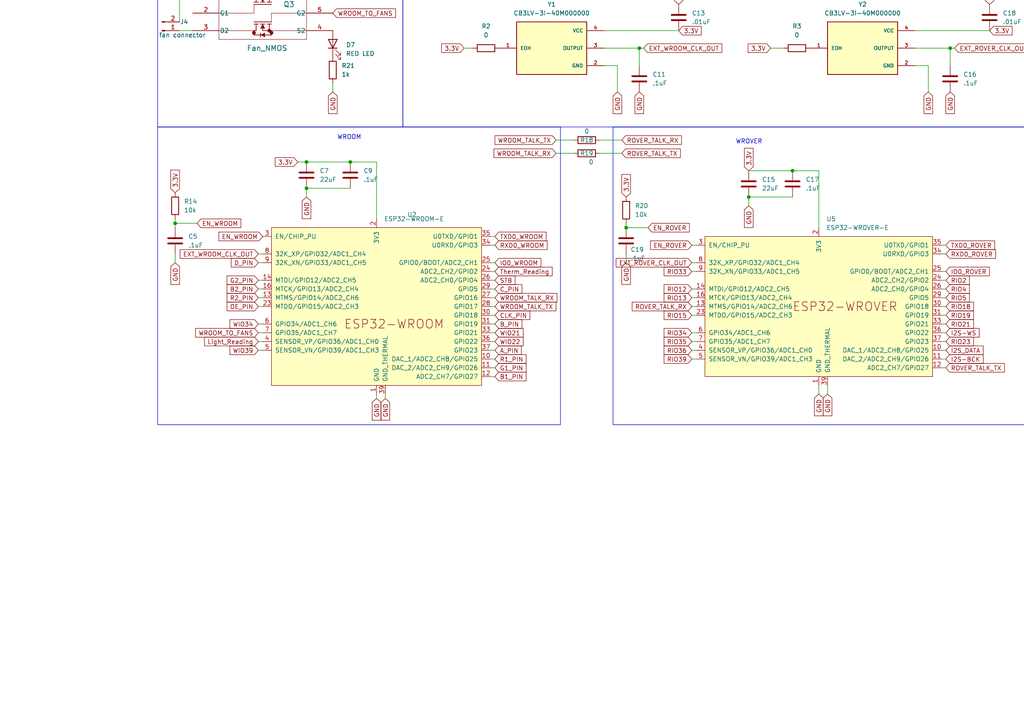
<source format=kicad_sch>
(kicad_sch (version 20230121) (generator eeschema)
  (paper "A4")
  (lib_symbols
    (symbol "Audio:PCM5102A"
      (property "Reference" "U" (at -10.16 13.97 0))
      (property "Value" "PCM5102A" (at 3.81 13.97 0))
      (symbol "PCM5102A_1_1"
        (pin passive line (at -2.54 15.24 270) (length 2.54) (name "CPVDD") (number "1"))
        (pin input line (at -12.7 -5.08 0) (length 2.54) (name "DEMP") (number "10"))
        (pin input line (at -12.7 -2.54 0) (length 2.54) (name "FLT") (number "11"))
        (pin input line (at -12.7 2.54 0) (length 2.54) (name "SCK") (number "12"))
        (pin input line (at -12.7 5.08 0) (length 2.54) (name "BCK") (number "13"))
        (pin input line (at -12.7 7.62 0) (length 2.54) (name "DIN") (number "14"))
        (pin input line (at -12.7 10.16 0) (length 2.54) (name "LRCK") (number "15"))
        (pin input line (at -12.7 -10.16 0) (length 2.54) (name "FMT") (number "16"))
        (pin input line (at -12.7 -7.62 0) (length 2.54) (name "XSMT") (number "17"))
        (pin passive line (at 12.7 -10.16 180) (length 2.54) (name "LDOO") (number "18"))
        (pin power_in line (at 0 -17.78 90) (length 2.54) (name "DGND") (number "19"))
        (pin passive line (at 12.7 2.54 180) (length 2.54) (name "CAPP") (number "2"))
        (pin power_in line (at 0 15.24 270) (length 2.54) (name "DVDD") (number "20"))
        (pin power_in line (at -2.54 -17.78 90) (length 2.54) (name "CPGND") (number "3"))
        (pin passive line (at 12.7 -5.08 180) (length 2.54) (name "CAPM") (number "4"))
        (pin passive line (at 12.7 -12.7 180) (length 2.54) (name "VNEG") (number "5"))
        (pin output line (at 12.7 10.16 180) (length 2.54) (name "OUTL") (number "6"))
        (pin output line (at 12.7 7.62 180) (length 2.54) (name "OUTR") (number "7"))
        (pin power_in line (at 2.54 15.24 270) (length 2.54) (name "AVDD") (number "8"))
        (pin power_in line (at 2.54 -17.78 90) (length 2.54) (name "AGND") (number "9"))
      )
    )
    (symbol "CSD17309Q3_1"
      (property "Reference" "U" (at 0 0 0))
      (symbol "CSD17309Q3_1_1_1"
        (pin input line (at -1.27 2.54 180) (length 2.54) hide (name "S1") (number "1"))
        (pin input line (at -1.27 1.27 180) (length 2.54) hide (name "S2") (number "2"))
        (pin input line (at -1.27 0 180) (length 2.54) hide (name "S3") (number "3"))
        (pin input line (at -1.27 -1.27 180) (length 2.54) hide (name "G") (number "4"))
        (pin input line (at 1.27 2.54 0) (length 2.54) hide (name "D1") (number "5"))
        (pin input line (at 1.27 1.27 0) (length 2.54) hide (name "D2") (number "6"))
        (pin input line (at 1.27 0 0) (length 2.54) hide (name "D3") (number "7"))
        (pin input line (at 1.27 -1.27 0) (length 2.54) hide (name "D4") (number "8"))
      )
    )
    (symbol "CSD17581Q3A:CSD17581Q3A" (pin_names (offset 0.254))
      (property "Reference" "Q" (at 20.32 10.16 0))
      (property "Value" "CSD17581Q3A" (at 20.32 7.62 0))
      (symbol "CSD17581Q3A_0_1"
        (pin unspecified line (at 0 0 0) (length 7.62) (name "SOURCE") (number "1"))
        (pin unspecified line (at 0 -2.54 0) (length 7.62) (name "SOURCE") (number "2"))
        (pin unspecified line (at 0 -5.08 0) (length 7.62) (name "SOURCE") (number "3"))
        (pin unspecified line (at 0 -7.62 0) (length 7.62) (name "GATE") (number "4"))
        (pin unspecified line (at 40.64 -7.62 180) (length 7.62) (name "DRAIN") (number "5"))
        (pin unspecified line (at 40.64 -5.08 180) (length 7.62) (name "DRAIN") (number "6"))
        (pin unspecified line (at 40.64 -2.54 180) (length 7.62) (name "DRAIN") (number "7"))
        (pin unspecified line (at 40.64 0 180) (length 7.62) (name "DRAIN") (number "8"))
        (pin unspecified line (at 40.64 2.54 180) (length 7.62) (name "DRAIN") (number "9"))
      )
    )
    (symbol "Connector:Conn_01x02_Pin" (pin_names (offset 1.016) hide)
      (property "Reference" "J" (at 0 2.54 0))
      (property "Value" "Conn_01x02_Pin" (at 0 -5.08 0))
      (symbol "Conn_01x02_Pin_1_1"
        (pin passive line (at 5.08 0 180) (length 3.81) (name "Pin_1") (number "1"))
        (pin passive line (at 5.08 -2.54 180) (length 3.81) (name "Pin_2") (number "2"))
      )
    )
    (symbol "Connector:Conn_01x03_Pin" (pin_names (offset 1.016) hide)
      (property "Reference" "J" (at 0 5.08 0))
      (property "Value" "Conn_01x03_Pin" (at 0 -5.08 0))
      (symbol "Conn_01x03_Pin_1_1"
        (pin passive line (at 5.08 2.54 180) (length 3.81) (name "Pin_1") (number "1"))
        (pin passive line (at 5.08 0 180) (length 3.81) (name "Pin_2") (number "2"))
        (pin passive line (at 5.08 -2.54 180) (length 3.81) (name "Pin_3") (number "3"))
      )
    )
    (symbol "Connector_Generic:Conn_01x02" (pin_names (offset 1.016) hide)
      (property "Reference" "J" (at 0 2.54 0))
      (property "Value" "Conn_01x02" (at 0 -5.08 0))
      (symbol "Conn_01x02_1_1"
        (pin passive line (at -5.08 0 0) (length 3.81) (name "Pin_1") (number "1"))
        (pin passive line (at -5.08 -2.54 0) (length 3.81) (name "Pin_2") (number "2"))
      )
    )
    (symbol "Connector_Generic:Conn_02x08_Odd_Even" (pin_names (offset 1.016) hide)
      (property "Reference" "J" (at 1.27 10.16 0))
      (property "Value" "Conn_02x08_Odd_Even" (at 1.27 -12.7 0))
      (symbol "Conn_02x08_Odd_Even_1_1"
        (pin passive line (at -5.08 7.62 0) (length 3.81) (name "Pin_1") (number "1"))
        (pin passive line (at 7.62 -2.54 180) (length 3.81) (name "Pin_10") (number "10"))
        (pin passive line (at -5.08 -5.08 0) (length 3.81) (name "Pin_11") (number "11"))
        (pin passive line (at 7.62 -5.08 180) (length 3.81) (name "Pin_12") (number "12"))
        (pin passive line (at -5.08 -7.62 0) (length 3.81) (name "Pin_13") (number "13"))
        (pin passive line (at 7.62 -7.62 180) (length 3.81) (name "Pin_14") (number "14"))
        (pin passive line (at -5.08 -10.16 0) (length 3.81) (name "Pin_15") (number "15"))
        (pin passive line (at 7.62 -10.16 180) (length 3.81) (name "Pin_16") (number "16"))
        (pin passive line (at 7.62 7.62 180) (length 3.81) (name "Pin_2") (number "2"))
        (pin passive line (at -5.08 5.08 0) (length 3.81) (name "Pin_3") (number "3"))
        (pin passive line (at 7.62 5.08 180) (length 3.81) (name "Pin_4") (number "4"))
        (pin passive line (at -5.08 2.54 0) (length 3.81) (name "Pin_5") (number "5"))
        (pin passive line (at 7.62 2.54 180) (length 3.81) (name "Pin_6") (number "6"))
        (pin passive line (at -5.08 0 0) (length 3.81) (name "Pin_7") (number "7"))
        (pin passive line (at 7.62 0 180) (length 3.81) (name "Pin_8") (number "8"))
        (pin passive line (at -5.08 -2.54 0) (length 3.81) (name "Pin_9") (number "9"))
      )
    )
    (symbol "Device:C" (pin_numbers hide) (pin_names (offset 0.254))
      (property "Reference" "C" (at 0.635 2.54 0))
      (property "Value" "C" (at 0.635 -2.54 0))
      (symbol "C_1_1"
        (pin passive line (at 0 3.81 270) (length 2.794) (name "~") (number "1"))
        (pin passive line (at 0 -3.81 90) (length 2.794) (name "~") (number "2"))
      )
    )
    (symbol "Device:C_Polarized_US" (pin_numbers hide) (pin_names (offset 0.254) hide)
      (property "Reference" "C" (at 0.635 2.54 0))
      (property "Value" "C_Polarized_US" (at 0.635 -2.54 0))
      (symbol "C_Polarized_US_1_1"
        (pin passive line (at 0 3.81 270) (length 2.794) (name "~") (number "1"))
        (pin passive line (at 0 -3.81 90) (length 3.302) (name "~") (number "2"))
      )
    )
    (symbol "Device:D_Schottky" (pin_numbers hide) (pin_names (offset 1.016) hide)
      (property "Reference" "D" (at 0 2.54 0))
      (property "Value" "D_Schottky" (at 0 -2.54 0))
      (symbol "D_Schottky_1_1"
        (pin passive line (at -3.81 0 0) (length 2.54) (name "K") (number "1"))
        (pin passive line (at 3.81 0 180) (length 2.54) (name "A") (number "2"))
      )
    )
    (symbol "Device:L" (pin_numbers hide) (pin_names (offset 1.016) hide)
      (property "Reference" "L" (at -1.27 0 90))
      (property "Value" "L" (at 1.905 0 90))
      (symbol "L_1_1"
        (pin passive line (at 0 3.81 270) (length 1.27) (name "1") (number "1"))
        (pin passive line (at 0 -3.81 90) (length 1.27) (name "2") (number "2"))
      )
    )
    (symbol "Device:LED" (pin_numbers hide) (pin_names (offset 1.016) hide)
      (property "Reference" "D" (at 0 2.54 0))
      (property "Value" "LED" (at 0 -2.54 0))
      (symbol "LED_1_1"
        (pin passive line (at -3.81 0 0) (length 2.54) (name "K") (number "1"))
        (pin passive line (at 3.81 0 180) (length 2.54) (name "A") (number "2"))
      )
    )
    (symbol "Device:R" (pin_numbers hide) (pin_names (offset 0))
      (property "Reference" "R" (at 2.032 0 90))
      (property "Value" "R" (at 0 0 90))
      (symbol "R_1_1"
        (pin passive line (at 0 3.81 270) (length 1.27) (name "~") (number "1"))
        (pin passive line (at 0 -3.81 90) (length 1.27) (name "~") (number "2"))
      )
    )
    (symbol "Device:Thermistor" (pin_numbers hide) (pin_names (offset 0))
      (property "Reference" "TH" (at 2.54 1.27 90))
      (property "Value" "Thermistor" (at -2.54 0 90))
      (symbol "Thermistor_1_1"
        (pin passive line (at 0 5.08 270) (length 2.54) (name "~") (number "1"))
        (pin passive line (at 0 -5.08 90) (length 2.54) (name "~") (number "2"))
      )
    )
    (symbol "Fan_MOSFET:SI1902CDL-T1-BE3" (pin_names (offset 0.254))
      (property "Reference" "Q" (at 20.32 7.62 0))
      (property "Value" "SI1902CDL-T1-BE3" (at 20.32 5.08 0))
      (symbol "SI1902CDL-T1-BE3_0_1"
        (pin unspecified line (at 0 0 0) (length 7.62) (name "S1") (number "1"))
        (pin unspecified line (at 0 -5.08 0) (length 7.62) (name "G1") (number "2"))
        (pin unspecified line (at 0 -10.16 0) (length 7.62) (name "D2") (number "3"))
        (pin unspecified line (at 40.64 -10.16 180) (length 7.62) (name "S2") (number "4"))
        (pin unspecified line (at 40.64 -5.08 180) (length 7.62) (name "G2") (number "5"))
        (pin unspecified line (at 40.64 0 180) (length 7.62) (name "D1") (number "6"))
      )
    )
    (symbol "LM4752TS:LM4752TS" (pin_names (offset 1.016))
      (property "Reference" "U" (at -12.7 16.24 0))
      (property "Value" "LM4752TS" (at -12.7 -19.24 0))
      (symbol "LM4752TS_1_1"
        (text "LM4752" (at 0 0 0) (effects (font (size 1.27 1.27))))
        (pin input line (at 10.16 17.78 0) (length 2.54) (name "Out_B") (number "1"))
        (pin input line (at -11.43 8.89 180) (length 2.54) (name "In_B") (number "2"))
        (pin input line (at 0 20.32 90) (length 2.54) (name "Vcc") (number "3"))
        (pin input line (at 0 -20.32 270) (length 2.54) (name "GND") (number "4"))
        (pin input line (at -11.43 0 180) (length 2.54) (name "Bias") (number "5"))
        (pin input line (at -11.43 -7.62 180) (length 2.54) (name "In_A") (number "6"))
        (pin input line (at 10.16 -16.51 0) (length 2.54) (name "Out_A") (number "7"))
        (pin input line (at -8.89 -20.32 270) (length 2.54) (name "TAB") (number "8"))
      )
    )
    (symbol "LM5122:LM5122MH_NOPB" (pin_names (offset 0.254))
      (property "Reference" "U" (at 0 2.54 0))
      (property "Value" "LM5122MH/NOPB" (at 0 0 0))
      (symbol "LM5122MH_NOPB_0_1"
        (pin output line (at -17.78 -15.24 0) (length 5.08) (name "SYNCOUT") (number "1"))
        (pin input line (at 17.78 2.54 180) (length 5.08) (name "FB") (number "10"))
        (pin output line (at 17.78 5.08 180) (length 5.08) (name "COMP") (number "11"))
        (pin input line (at -17.78 -7.62 0) (length 5.08) (name "SLOPE") (number "12"))
        (pin input line (at 17.78 -7.62 180) (length 5.08) (name "MODE") (number "13"))
        (pin output line (at 17.78 0 180) (length 5.08) (name "RES") (number "14"))
        (pin power_in line (at 17.78 -10.16 180) (length 5.08) (name "PGND") (number "15"))
        (pin power_in line (at 17.78 12.7 180) (length 5.08) (name "LO") (number "16"))
        (pin power_in line (at -17.78 12.7 0) (length 5.08) (name "VCC") (number "17"))
        (pin bidirectional line (at 17.78 17.78 180) (length 5.08) (name "SW") (number "18"))
        (pin power_in line (at 17.78 10.16 180) (length 5.08) (name "HO") (number "19"))
        (pin input line (at 17.78 -15.24 180) (length 5.08) (name "OPT") (number "2"))
        (pin power_in line (at -17.78 17.78 0) (length 5.08) (name "BST") (number "20"))
        (pin power_in line (at 17.78 -17.78 180) (length 5.08) (name "PAD") (number "21"))
        (pin input line (at -17.78 7.62 0) (length 5.08) (name "CSN") (number "3"))
        (pin input line (at -17.78 5.08 0) (length 5.08) (name "CSP") (number "4"))
        (pin power_in line (at -17.78 0 0) (length 5.08) (name "VIN") (number "5"))
        (pin input line (at -17.78 -2.54 0) (length 5.08) (name "UVLO") (number "6"))
        (pin input line (at 17.78 -2.54 180) (length 5.08) (name "SS") (number "7"))
        (pin input line (at -17.78 -12.7 0) (length 5.08) (name "SYNCIN_RT") (number "8"))
        (pin power_in line (at 17.78 -12.7 180) (length 5.08) (name "AGND") (number "9"))
      )
    )
    (symbol "Mechanical:MountingHole" (pin_names (offset 1.016))
      (property "Reference" "H" (at 0 5.08 0))
      (property "Value" "MountingHole" (at 0 3.175 0))
    )
    (symbol "Onboard_Clock:CB3LV-3I-40M000000" (pin_names (offset 1.016))
      (property "Reference" "Y" (at -10.16 8.128 0))
      (property "Value" "CB3LV-3I-40M000000" (at -10.16 -10.16 0))
      (symbol "CB3LV-3I-40M000000_0_0"
        (pin input line (at -15.24 0 0) (length 5.08) (name "EOH") (number "1"))
        (pin power_in line (at 15.24 -5.08 180) (length 5.08) (name "GND") (number "2"))
        (pin output line (at 15.24 0 180) (length 5.08) (name "OUTPUT") (number "3"))
        (pin power_in line (at 15.24 5.08 180) (length 5.08) (name "VCC") (number "4"))
      )
    )
    (symbol "PCM_Espressif:ESP32-WROOM-E" (pin_names (offset 1.016))
      (property "Reference" "U" (at -30.48 27.94 0))
      (property "Value" "ESP32-WROOM-E" (at -30.48 25.4 0))
      (symbol "ESP32-WROOM-E_1_1"
        (text "ESP32-­WROOM­" (at 5.08 -5.08 0) (effects (font (size 2.54 2.54))))
        (pin power_in line (at 0 -25.4 90) (length 2.54) (name "GND") (number "1"))
        (pin bidirectional line (at 33.02 -15.24 180) (length 2.54) (name "DAC_1/ADC2_CH8/GPIO25") (number "10"))
        (pin bidirectional line (at 33.02 -17.78 180) (length 2.54) (name "DAC_2/ADC2_CH9/GPIO26") (number "11"))
        (pin bidirectional line (at 33.02 -20.32 180) (length 2.54) (name "ADC2_CH7/GPIO27") (number "12"))
        (pin bidirectional line (at -33.02 2.54 0) (length 2.54) (name "MTMS/GPIO14/ADC2_CH6") (number "13"))
        (pin bidirectional line (at -33.02 7.62 0) (length 2.54) (name "MTDI/GPIO12/ADC2_CH5") (number "14"))
        (pin passive line (at 0 -25.4 90) (length 2.54) hide (name "GND") (number "15"))
        (pin bidirectional line (at -33.02 5.08 0) (length 2.54) (name "MTCK/GPIO13/ADC2_CH4") (number "16"))
        (pin power_in line (at 0 25.4 270) (length 2.54) (name "3V3") (number "2"))
        (pin bidirectional line (at -33.02 0 0) (length 2.54) (name "MTDO/GPIO15/ADC2_CH3") (number "23"))
        (pin bidirectional line (at 33.02 10.16 180) (length 2.54) (name "ADC2_CH2/GPIO2") (number "24"))
        (pin bidirectional line (at 33.02 12.7 180) (length 2.54) (name "GPIO0/BOOT/ADC2_CH1") (number "25"))
        (pin bidirectional line (at 33.02 7.62 180) (length 2.54) (name "ADC2_CH0/GPIO4") (number "26"))
        (pin bidirectional line (at 33.02 2.54 180) (length 2.54) (name "GPIO16") (number "27"))
        (pin bidirectional line (at 33.02 0 180) (length 2.54) (name "GPIO17") (number "28"))
        (pin bidirectional line (at 33.02 5.08 180) (length 2.54) (name "GPIO5") (number "29"))
        (pin input line (at -33.02 20.32 0) (length 2.54) (name "EN/CHIP_PU") (number "3"))
        (pin bidirectional line (at 33.02 -2.54 180) (length 2.54) (name "GPIO18") (number "30"))
        (pin bidirectional line (at 33.02 -5.08 180) (length 2.54) (name "GPIO19") (number "31"))
        (pin bidirectional line (at 33.02 -7.62 180) (length 2.54) (name "GPIO21") (number "33"))
        (pin bidirectional line (at 33.02 17.78 180) (length 2.54) (name "U0RXD/GPIO3") (number "34"))
        (pin bidirectional line (at 33.02 20.32 180) (length 2.54) (name "U0TXD/GPIO1") (number "35"))
        (pin bidirectional line (at 33.02 -10.16 180) (length 2.54) (name "GPIO22") (number "36"))
        (pin bidirectional line (at 33.02 -12.7 180) (length 2.54) (name "GPIO23") (number "37"))
        (pin passive line (at 0 -25.4 90) (length 2.54) hide (name "GND") (number "38"))
        (pin power_in line (at 2.54 -25.4 90) (length 2.54) (name "GND_THERMAL") (number "39"))
        (pin input line (at -33.02 -10.16 0) (length 2.54) (name "SENSOR_VP/GPIO36/ADC1_CH0") (number "4"))
        (pin input line (at -33.02 -12.7 0) (length 2.54) (name "SENSOR_VN/GPIO39/ADC1_CH3") (number "5"))
        (pin input line (at -33.02 -5.08 0) (length 2.54) (name "GPIO34/ADC1_CH6") (number "6"))
        (pin input line (at -33.02 -7.62 0) (length 2.54) (name "GPIO35/ADC1_CH7") (number "7"))
        (pin bidirectional line (at -33.02 15.24 0) (length 2.54) (name "32K_XP/GPIO32/ADC1_CH4") (number "8"))
        (pin bidirectional line (at -33.02 12.7 0) (length 2.54) (name "32K_XN/GPIO33/ADC1_CH5") (number "9"))
      )
    )
    (symbol "PCM_Espressif:ESP32-WROVER-E" (pin_names (offset 1.016))
      (property "Reference" "U" (at -30.48 25.4 0))
      (property "Value" "ESP32-WROVER-E" (at -30.48 22.86 0))
      (symbol "ESP32-WROVER-E_1_1"
        (text "ESP32-­WROVER" (at 7.62 0 0) (effects (font (size 2.54 2.54))))
        (pin power_in line (at 0 -22.86 90) (length 2.54) (name "GND") (number "1"))
        (pin bidirectional line (at 35.56 -12.7 180) (length 2.54) (name "DAC_1/ADC2_CH8/GPIO25") (number "10"))
        (pin bidirectional line (at 35.56 -15.24 180) (length 2.54) (name "DAC_2/ADC2_CH9/GPIO26") (number "11"))
        (pin bidirectional line (at 35.56 -17.78 180) (length 2.54) (name "ADC2_CH7/GPIO27") (number "12"))
        (pin bidirectional line (at -35.56 0 0) (length 2.54) (name "MTMS/GPIO14/ADC2_CH6") (number "13"))
        (pin bidirectional line (at -35.56 5.08 0) (length 2.54) (name "MTDI/GPIO12/ADC2_CH5") (number "14"))
        (pin passive line (at 0 -22.86 90) (length 2.54) hide (name "GND") (number "15"))
        (pin bidirectional line (at -35.56 2.54 0) (length 2.54) (name "MTCK/GPIO13/ADC2_CH4") (number "16"))
        (pin power_in line (at 0 22.86 270) (length 2.54) (name "3V3") (number "2"))
        (pin bidirectional line (at -35.56 -2.54 0) (length 2.54) (name "MTDO/GPIO15/ADC2_CH3") (number "23"))
        (pin bidirectional line (at 35.56 7.62 180) (length 2.54) (name "ADC2_CH2/GPIO2") (number "24"))
        (pin bidirectional line (at 35.56 10.16 180) (length 2.54) (name "GPIO0/BOOT/ADC2_CH1") (number "25"))
        (pin bidirectional line (at 35.56 5.08 180) (length 2.54) (name "ADC2_CH0/GPIO4") (number "26"))
        (pin bidirectional line (at 35.56 2.54 180) (length 2.54) (name "GPIO5") (number "29"))
        (pin input line (at -35.56 17.78 0) (length 2.54) (name "EN/CHIP_PU") (number "3"))
        (pin bidirectional line (at 35.56 0 180) (length 2.54) (name "GPIO18") (number "30"))
        (pin bidirectional line (at 35.56 -2.54 180) (length 2.54) (name "GPIO19") (number "31"))
        (pin bidirectional line (at 35.56 -5.08 180) (length 2.54) (name "GPIO21") (number "33"))
        (pin bidirectional line (at 35.56 15.24 180) (length 2.54) (name "U0RXD/GPIO3") (number "34"))
        (pin bidirectional line (at 35.56 17.78 180) (length 2.54) (name "U0TXD/GPIO1") (number "35"))
        (pin bidirectional line (at 35.56 -7.62 180) (length 2.54) (name "GPIO22") (number "36"))
        (pin bidirectional line (at 35.56 -10.16 180) (length 2.54) (name "GPIO23") (number "37"))
        (pin passive line (at 0 -22.86 90) (length 2.54) hide (name "GND") (number "38"))
        (pin power_in line (at 2.54 -22.86 90) (length 2.54) (name "GND_THERMAL") (number "39"))
        (pin input line (at -35.56 -12.7 0) (length 2.54) (name "SENSOR_VP/GPIO36/ADC1_CH0") (number "4"))
        (pin input line (at -35.56 -15.24 0) (length 2.54) (name "SENSOR_VN/GPIO39/ADC1_CH3") (number "5"))
        (pin input line (at -35.56 -7.62 0) (length 2.54) (name "GPIO34/ADC1_CH6") (number "6"))
        (pin input line (at -35.56 -10.16 0) (length 2.54) (name "GPIO35/ADC1_CH7") (number "7"))
        (pin bidirectional line (at -35.56 12.7 0) (length 2.54) (name "32K_XP/GPIO32/ADC1_CH4") (number "8"))
        (pin bidirectional line (at -35.56 10.16 0) (length 2.54) (name "32K_XN/GPIO33/ADC1_CH5") (number "9"))
      )
    )
    (symbol "Regulator_Linear:AMS1117-3.3"
      (property "Reference" "U" (at -3.81 3.175 0))
      (property "Value" "AMS1117-3.3" (at 0 3.175 0))
      (symbol "AMS1117-3.3_1_1"
        (pin power_in line (at 0 -7.62 90) (length 2.54) (name "GND") (number "1"))
        (pin power_out line (at 7.62 0 180) (length 2.54) (name "VO") (number "2"))
        (pin power_in line (at -7.62 0 0) (length 2.54) (name "VI") (number "3"))
      )
    )
    (symbol "Switch:SW_Push" (pin_numbers hide) (pin_names (offset 1.016) hide)
      (property "Reference" "SW" (at 1.27 2.54 0))
      (property "Value" "SW_Push" (at 0 -1.524 0))
      (symbol "SW_Push_0_1"
        (pin passive line (at -5.08 0 0) (length 2.54) (name "1") (number "1"))
        (pin passive line (at 5.08 0 180) (length 2.54) (name "2") (number "2"))
      )
    )
    (symbol "USB_TO_TTL_FT232RL_1"
      (property "Reference" "U" (at 0 1.27 0))
      (symbol "USB_TO_TTL_FT232RL_1_1_1"
        (pin input line (at -2.54 6.35 180) (length 2.54) (name "DTR") (number "1"))
        (pin input line (at -2.54 3.81 180) (length 2.54) (name "RX") (number "2"))
        (pin input line (at -2.54 1.27 180) (length 2.54) (name "TX") (number "3"))
        (pin input line (at -2.54 -1.27 180) (length 2.54) (name "VCC") (number "4"))
        (pin input line (at -2.54 -3.81 180) (length 2.54) (name "CT5") (number "5"))
        (pin input line (at -2.54 -6.35 180) (length 2.54) (name "GND") (number "6"))
      )
    )
    (symbol "XT60-M:XT60-M" (pin_names (offset 1.016))
      (property "Reference" "J" (at 0 6.35 0))
      (property "Value" "XT60-M" (at 0 -5.08 0))
      (symbol "XT60-M_0_0"
        (pin passive line (at -5.08 0 0) (length 5.08) (name "NEG") (number "N"))
        (pin passive line (at -5.08 2.54 0) (length 5.08) (name "POS") (number "P"))
      )
    )
    (symbol "power:GND" (power) (pin_names (offset 0))
      (property "Value" "GND" (at 0 -3.81 0))
      (symbol "GND_1_1"
        (pin power_in line (at 0 0 270) (length 0) hide (name "GND") (number "1"))
      )
    )
  )
  (junction (at 203.2 -46.99))
  (junction (at 326.39 106.68))
  (junction (at 172.72 -128.27))
  (junction (at 149.86 -43.18))
  (junction (at 78.74 -66.04))
  (junction (at 226.06 -66.04))
  (junction (at 288.29 -130.81))
  (junction (at 110.49 -35.56))
  (junction (at 168.91 -99.06))
  (junction (at 284.48 -130.81))
  (junction (at 88.9 46.99))
  (junction (at 156.21 -66.04))
  (junction (at 185.42 -95.25))
  (junction (at 63.5 -38.1))
  (junction (at 213.36 -128.27))
  (junction (at 72.39 -38.1))
  (junction (at 217.17 -130.81))
  (junction (at 419.1 -121.92))
  (junction (at 358.14 -99.06))
  (junction (at 372.11 104.14))
  (junction (at 370.84 60.96))
  (junction (at 275.59 13.97))
  (junction (at 185.42 -99.06))
  (junction (at 241.3 -130.81))
  (junction (at 326.39 99.06))
  (junction (at 403.86 -95.25))
  (junction (at 213.36 -125.73))
  (junction (at 161.29 -66.04))
  (junction (at 163.83 -121.92))
  (junction (at 226.06 -114.3))
  (junction (at 158.75 -66.04))
  (junction (at 88.9 54.61))
  (junction (at 299.72 -85.09))
  (junction (at 96.52 -130.81))
  (junction (at 181.61 66.04))
  (junction (at 110.49 -27.94))
  (junction (at 78.74 -130.81))
  (junction (at 163.83 -120.65))
  (junction (at 86.36 -66.04))
  (junction (at 50.8 64.77))
  (junction (at 372.11 -127))
  (junction (at 229.87 49.53))
  (junction (at 217.17 -95.25))
  (junction (at 419.1 -100.33))
  (junction (at 213.36 -130.81))
  (junction (at 356.87 -121.92))
  (junction (at 153.67 -130.81))
  (junction (at 299.72 -119.38))
  (junction (at 119.38 -125.73))
  (junction (at 172.72 -125.73))
  (junction (at 106.68 -130.81))
  (junction (at 213.36 -123.19))
  (junction (at 92.71 -66.04))
  (junction (at 297.18 -130.81))
  (junction (at 158.75 -121.92))
  (junction (at 236.22 -121.92))
  (junction (at 372.11 96.52))
  (junction (at 370.84 53.34))
  (junction (at 139.7 -43.18))
  (junction (at 86.36 -118.11))
  (junction (at 128.27 -125.73))
  (junction (at 316.23 99.06))
  (junction (at 165.1 -66.04))
  (junction (at 86.36 -130.81))
  (junction (at 326.39 90.17))
  (junction (at 153.67 -66.04))
  (junction (at 86.36 -110.49))
  (junction (at 217.17 57.15))
  (junction (at 231.14 -121.92))
  (junction (at 63.5 -29.21))
  (junction (at 217.17 -66.04))
  (junction (at 78.74 -90.17))
  (junction (at 168.91 -66.04))
  (junction (at 231.14 -114.3))
  (junction (at 236.22 -130.81))
  (junction (at 153.67 -125.73))
  (junction (at 373.38 -104.14))
  (junction (at 149.86 -20.32))
  (junction (at 185.42 13.97))
  (junction (at 110.49 -43.18))
  (junction (at 163.83 -130.81))
  (junction (at 403.86 -116.84))
  (junction (at 163.83 -123.19))
  (junction (at 101.6 46.99))
  (junction (at 158.75 -120.65))
  (wire (pts (xy 101.6 46.99) (xy 109.22 46.99)))
  (wire (pts (xy 101.6 -27.94) (xy 110.49 -27.94)))
  (wire (pts (xy 149.86 -43.18) (xy 160.02 -43.18)))
  (wire (pts (xy 288.29 -130.81) (xy 288.29 -134.62)))
  (wire (pts (xy 360.68 49.53) (xy 336.55 49.53)))
  (wire (pts (xy 274.32 78.74) (xy 273.05 78.74)))
  (wire (pts (xy 142.24 91.44) (xy 143.51 91.44)))
  (wire (pts (xy 119.38 -125.73) (xy 120.65 -125.73)))
  (wire (pts (xy 260.35 -34.29) (xy 264.16 -34.29)))
  (wire (pts (xy 149.86 -43.18) (xy 149.86 -38.1)))
  (wire (pts (xy 336.55 49.53) (xy 336.55 52.07)))
  (wire (pts (xy 111.76 -125.73) (xy 111.76 -124.46)))
  (wire (pts (xy 110.49 -43.18) (xy 123.19 -43.18)))
  (wire (pts (xy 316.23 99.06) (xy 326.39 99.06)))
  (wire (pts (xy 417.83 -68.58) (xy 441.96 -68.58)))
  (wire (pts (xy 153.67 -130.81) (xy 163.83 -130.81)))
  (wire (pts (xy 93.98 -118.11) (xy 93.98 -92.71)))
  (wire (pts (xy 158.75 -82.55) (xy 158.75 -66.04)))
  (wire (pts (xy 153.67 -66.04) (xy 156.21 -66.04)))
  (wire (pts (xy 203.2 -48.26) (xy 203.2 -46.99)))
  (wire (pts (xy 403.86 -95.25) (xy 408.94 -95.25)))
  (wire (pts (xy 52.07 -1.27) (xy 52.07 6.35)))
  (wire (pts (xy 153.67 -130.81) (xy 133.35 -130.81)))
  (wire (pts (xy 354.33 90.17) (xy 354.33 77.47)))
  (wire (pts (xy 162.56 -120.65) (xy 163.83 -120.65)))
  (wire (pts (xy 63.5 -38.1) (xy 63.5 -36.83)))
  (wire (pts (xy 143.51 71.12) (xy 142.24 71.12)))
  (wire (pts (xy 419.1 -116.84) (xy 419.1 -121.92)))
  (wire (pts (xy 86.36 -118.11) (xy 93.98 -118.11)))
  (wire (pts (xy 372.11 92.71) (xy 372.11 96.52)))
  (wire (pts (xy 226.06 -114.3) (xy 226.06 -66.04)))
  (wire (pts (xy 110.49 -27.94) (xy 120.65 -27.94)))
  (wire (pts (xy 143.51 96.52) (xy 142.24 96.52)))
  (wire (pts (xy 363.22 -104.14) (xy 358.14 -104.14)))
  (wire (pts (xy 241.3 -29.21) (xy 247.65 -29.21)))
  (wire (pts (xy 181.61 66.04) (xy 187.96 66.04)))
  (wire (pts (xy 148.59 -77.47) (xy 153.67 -77.47)))
  (wire (pts (xy 149.86 -20.32) (xy 149.86 -16.51)))
  (wire (pts (xy 139.7 -20.32) (xy 149.86 -20.32)))
  (wire (pts (xy 185.42 -99.06) (xy 185.42 -95.25)))
  (wire (pts (xy 214.63 -46.99) (xy 214.63 -34.29)))
  (wire (pts (xy 162.56 -123.19) (xy 163.83 -123.19)))
  (wire (pts (xy 274.32 96.52) (xy 273.05 96.52)))
  (wire (pts (xy 72.39 -38.1) (xy 85.09 -38.1)))
  (wire (pts (xy 274.32 99.06) (xy 273.05 99.06)))
  (wire (pts (xy 356.87 -121.92) (xy 356.87 -118.11)))
  (wire (pts (xy 72.39 -130.81) (xy 78.74 -130.81)))
  (wire (pts (xy 143.51 68.58) (xy 142.24 68.58)))
  (wire (pts (xy 299.72 -85.09) (xy 299.72 -82.55)))
  (wire (pts (xy 226.06 -66.04) (xy 241.3 -66.04)))
  (wire (pts (xy 185.42 -106.68) (xy 185.42 -99.06)))
  (wire (pts (xy 143.51 86.36) (xy 142.24 86.36)))
  (wire (pts (xy 358.14 -99.06) (xy 358.14 -95.25)))
  (wire (pts (xy 349.25 64.77) (xy 353.06 64.77)))
  (wire (pts (xy 101.6 -35.56) (xy 110.49 -35.56)))
  (wire (pts (xy 200.66 101.6) (xy 201.93 101.6)))
  (wire (pts (xy 260.35 -21.59) (xy 264.16 -21.59)))
  (wire (pts (xy 312.42 -73.66) (xy 312.42 -67.31)))
  (wire (pts (xy 113.03 -118.11) (xy 113.03 -110.49)))
  (wire (pts (xy 213.36 -130.81) (xy 213.36 -128.27)))
  (wire (pts (xy 217.17 -110.49) (xy 217.17 -95.25)))
  (wire (pts (xy 96.52 24.13) (xy 96.52 26.67)))
  (wire (pts (xy 403.86 -116.84) (xy 403.86 -113.03)))
  (wire (pts (xy 86.36 -72.39) (xy 86.36 -66.04)))
  (wire (pts (xy 86.36 -120.65) (xy 86.36 -118.11)))
  (wire (pts (xy 400.05 87.63) (xy 402.59 87.63)))
  (wire (pts (xy 168.91 -92.71) (xy 168.91 -91.44)))
  (wire (pts (xy 377.19 -82.55) (xy 386.08 -82.55)))
  (wire (pts (xy 78.74 -66.04) (xy 86.36 -66.04)))
  (wire (pts (xy 78.74 -116.84) (xy 78.74 -90.17)))
  (wire (pts (xy 148.59 -92.71) (xy 168.91 -92.71)))
  (wire (pts (xy 403.86 -116.84) (xy 408.94 -116.84)))
  (wire (pts (xy 52.07 8.89) (xy 55.88 8.89)))
  (wire (pts (xy 365.76 53.34) (xy 370.84 53.34)))
  (wire (pts (xy 181.61 73.66) (xy 181.61 76.2)))
  (wire (pts (xy 74.93 88.9) (xy 76.2 88.9)))
  (wire (pts (xy 419.1 -95.25) (xy 419.1 -100.33)))
  (wire (pts (xy 237.49 49.53) (xy 237.49 66.04)))
  (wire (pts (xy 86.36 46.99) (xy 88.9 46.99)))
  (wire (pts (xy 63.5 -29.21) (xy 72.39 -29.21)))
  (wire (pts (xy 158.75 -120.65) (xy 160.02 -120.65)))
  (wire (pts (xy 86.36 -128.27) (xy 86.36 -130.81)))
  (wire (pts (xy 168.91 -83.82) (xy 168.91 -66.04)))
  (wire (pts (xy 260.35 -39.37) (xy 264.16 -39.37)))
  (wire (pts (xy 265.43 -101.6) (xy 273.05 -101.6)))
  (wire (pts (xy 203.2 -46.99) (xy 214.63 -46.99)))
  (wire (pts (xy 217.17 -130.81) (xy 236.22 -130.81)))
  (wire (pts (xy 260.35 -31.75) (xy 264.16 -31.75)))
  (wire (pts (xy 223.52 13.97) (xy 227.33 13.97)))
  (wire (pts (xy 254 -110.49) (xy 257.81 -110.49)))
  (wire (pts (xy 96.52 -97.79) (xy 96.52 -130.81)))
  (wire (pts (xy 168.91 -66.04) (xy 217.17 -66.04)))
  (wire (pts (xy 372.11 80.01) (xy 372.11 85.09)))
  (wire (pts (xy 358.14 -77.47) (xy 386.08 -77.47)))
  (wire (pts (xy 148.59 -80.01) (xy 156.21 -80.01)))
  (wire (pts (xy 372.11 104.14) (xy 383.54 104.14)))
  (wire (pts (xy 373.38 -99.06) (xy 373.38 -104.14)))
  (wire (pts (xy 161.29 40.64) (xy 166.37 40.64)))
  (wire (pts (xy 160.02 -43.18) (xy 160.02 -38.1)))
  (wire (pts (xy 165.1 -74.93) (xy 165.1 -66.04)))
  (wire (pts (xy 74.93 73.66) (xy 76.2 73.66)))
  (wire (pts (xy 175.26 19.05) (xy 179.07 19.05)))
  (wire (pts (xy 226.06 -121.92) (xy 231.14 -121.92)))
  (wire (pts (xy 163.83 -123.19) (xy 163.83 -121.92)))
  (wire (pts (xy 288.29 -134.62) (xy 289.56 -134.62)))
  (wire (pts (xy 149.86 -30.48) (xy 149.86 -20.32)))
  (wire (pts (xy 229.87 49.53) (xy 237.49 49.53)))
  (wire (pts (xy 162.56 -121.92) (xy 163.83 -121.92)))
  (wire (pts (xy 274.32 73.66) (xy 273.05 73.66)))
  (wire (pts (xy 166.37 -120.65) (xy 166.37 -102.87)))
  (wire (pts (xy 200.66 83.82) (xy 201.93 83.82)))
  (wire (pts (xy 63.5 -34.29) (xy 63.5 -29.21)))
  (wire (pts (xy 106.68 -130.81) (xy 125.73 -130.81)))
  (wire (pts (xy 372.11 -127) (xy 375.92 -127)))
  (wire (pts (xy 274.32 91.44) (xy 273.05 91.44)))
  (wire (pts (xy 419.1 -100.33) (xy 422.91 -100.33)))
  (wire (pts (xy 78.74 -90.17) (xy 113.03 -90.17)))
  (wire (pts (xy 326.39 106.68) (xy 360.68 106.68)))
  (wire (pts (xy 241.3 -24.13) (xy 247.65 -24.13)))
  (wire (pts (xy 130.81 -35.56) (xy 130.81 -16.51)))
  (wire (pts (xy 297.18 -134.62) (xy 297.18 -130.81)))
  (wire (pts (xy 361.95 -127) (xy 356.87 -127)))
  (wire (pts (xy 50.8 63.5) (xy 50.8 64.77)))
  (wire (pts (xy 217.17 -95.25) (xy 217.17 -85.09)))
  (wire (pts (xy 186.69 13.97) (xy 185.42 13.97)))
  (wire (pts (xy 312.42 -109.22) (xy 312.42 -101.6)))
  (wire (pts (xy 181.61 64.77) (xy 181.61 66.04)))
  (wire (pts (xy 85.09 -110.49) (xy 86.36 -110.49)))
  (wire (pts (xy 274.32 93.98) (xy 273.05 93.98)))
  (wire (pts (xy 142.24 106.68) (xy 143.51 106.68)))
  (wire (pts (xy 326.39 97.79) (xy 326.39 99.06)))
  (wire (pts (xy 86.36 -130.81) (xy 96.52 -130.81)))
  (wire (pts (xy 113.03 -100.33) (xy 106.68 -100.33)))
  (wire (pts (xy 326.39 99.06) (xy 336.55 99.06)))
  (wire (pts (xy 294.64 -85.09) (xy 299.72 -85.09)))
  (wire (pts (xy 265.43 -110.49) (xy 273.05 -110.49)))
  (wire (pts (xy 408.94 -121.92) (xy 403.86 -121.92)))
  (wire (pts (xy 365.76 85.09) (xy 365.76 53.34)))
  (wire (pts (xy 173.99 44.45) (xy 180.34 44.45)))
  (wire (pts (xy 139.7 -43.18) (xy 149.86 -43.18)))
  (wire (pts (xy 363.22 104.14) (xy 372.11 104.14)))
  (wire (pts (xy 316.23 106.68) (xy 326.39 106.68)))
  (wire (pts (xy 372.11 96.52) (xy 383.54 96.52)))
  (wire (pts (xy 50.8 73.66) (xy 50.8 76.2)))
  (wire (pts (xy 74.93 99.06) (xy 76.2 99.06)))
  (wire (pts (xy 275.59 13.97) (xy 265.43 13.97)))
  (wire (pts (xy 142.24 93.98) (xy 143.51 93.98)))
  (wire (pts (xy 288.29 -130.81) (xy 284.48 -130.81)))
  (wire (pts (xy 274.32 104.14) (xy 273.05 104.14)))
  (wire (pts (xy 74.93 96.52) (xy 76.2 96.52)))
  (wire (pts (xy 289.56 -127) (xy 288.29 -127)))
  (wire (pts (xy 142.24 101.6) (xy 143.51 101.6)))
  (wire (pts (xy 148.59 -85.09) (xy 161.29 -85.09)))
  (wire (pts (xy 104.14 -43.18) (xy 110.49 -43.18)))
  (wire (pts (xy 266.7 -69.85) (xy 267.97 -69.85)))
  (wire (pts (xy 316.23 97.79) (xy 316.23 99.06)))
  (wire (pts (xy 217.17 57.15) (xy 229.87 57.15)))
  (wire (pts (xy 274.32 81.28) (xy 273.05 81.28)))
  (wire (pts (xy 92.71 -80.01) (xy 92.71 -74.93)))
  (wire (pts (xy 260.35 -29.21) (xy 264.16 -29.21)))
  (wire (pts (xy 74.93 76.2) (xy 76.2 76.2)))
  (wire (pts (xy 72.39 -66.04) (xy 78.74 -66.04)))
  (wire (pts (xy 266.7 -59.69) (xy 267.97 -59.69)))
  (wire (pts (xy 358.14 -104.14) (xy 358.14 -99.06)))
  (wire (pts (xy 134.62 13.97) (xy 137.16 13.97)))
  (wire (pts (xy 260.35 -26.67) (xy 264.16 -26.67)))
  (wire (pts (xy 370.84 -99.06) (xy 373.38 -99.06)))
  (wire (pts (xy 419.1 -78.74) (xy 424.18 -78.74)))
  (wire (pts (xy 72.39 -100.33) (xy 72.39 -66.04)))
  (wire (pts (xy 370.84 53.34) (xy 388.62 53.34)))
  (wire (pts (xy 200.66 76.2) (xy 201.93 76.2)))
  (wire (pts (xy 148.59 -90.17) (xy 165.1 -90.17)))
  (wire (pts (xy 299.72 -85.09) (xy 304.8 -85.09)))
  (wire (pts (xy 419.1 -121.92) (xy 422.91 -121.92)))
  (wire (pts (xy 349.25 57.15) (xy 364.49 57.15)))
  (wire (pts (xy 179.07 19.05) (xy 179.07 26.67)))
  (wire (pts (xy 284.48 -130.81) (xy 284.48 -121.92)))
  (wire (pts (xy 74.93 81.28) (xy 76.2 81.28)))
  (wire (pts (xy 86.36 -85.09) (xy 113.03 -85.09)))
  (wire (pts (xy 158.75 -121.92) (xy 158.75 -120.65)))
  (wire (pts (xy 128.27 -125.73) (xy 137.16 -125.73)))
  (wire (pts (xy 143.51 88.9) (xy 142.24 88.9)))
  (wire (pts (xy 156.21 -80.01) (xy 156.21 -66.04)))
  (wire (pts (xy 113.03 -118.11) (xy 128.27 -118.11)))
  (wire (pts (xy 403.86 -95.25) (xy 403.86 -91.44)))
  (wire (pts (xy 367.03 52.07) (xy 367.03 60.96)))
  (wire (pts (xy 161.29 44.45) (xy 166.37 44.45)))
  (wire (pts (xy 294.64 -119.38) (xy 299.72 -119.38)))
  (wire (pts (xy 72.39 -38.1) (xy 63.5 -38.1)))
  (wire (pts (xy 111.76 -120.65) (xy 119.38 -120.65)))
  (wire (pts (xy 153.67 -125.73) (xy 153.67 -110.49)))
  (wire (pts (xy 185.42 -99.06) (xy 184.15 -99.06)))
  (wire (pts (xy 276.86 13.97) (xy 275.59 13.97)))
  (wire (pts (xy 142.24 109.22) (xy 143.51 109.22)))
  (wire (pts (xy 96.52 -130.81) (xy 97.79 -130.81)))
  (wire (pts (xy 86.36 -66.04) (xy 92.71 -66.04)))
  (wire (pts (xy 361.95 87.63) (xy 392.43 87.63)))
  (wire (pts (xy 368.3 -82.55) (xy 369.57 -82.55)))
  (wire (pts (xy 190.5 -22.86) (xy 190.5 -16.51)))
  (wire (pts (xy 50.8 64.77) (xy 50.8 66.04)))
  (wire (pts (xy 190.5 -46.99) (xy 203.2 -46.99)))
  (wire (pts (xy 316.23 90.17) (xy 326.39 90.17)))
  (wire (pts (xy 153.67 -77.47) (xy 153.67 -66.04)))
  (wire (pts (xy 109.22 46.99) (xy 109.22 63.5)))
  (wire (pts (xy 153.67 -125.73) (xy 153.67 -130.81)))
  (wire (pts (xy 240.03 111.76) (xy 240.03 114.3)))
  (wire (pts (xy 185.42 13.97) (xy 175.26 13.97)))
  (wire (pts (xy 241.3 -31.75) (xy 247.65 -31.75)))
  (wire (pts (xy 416.56 -95.25) (xy 419.1 -95.25)))
  (wire (pts (xy 373.38 -104.14) (xy 377.19 -104.14)))
  (wire (pts (xy 148.59 -95.25) (xy 185.42 -95.25)))
  (wire (pts (xy 160.02 -30.48) (xy 160.02 -20.32)))
  (wire (pts (xy 417.83 -66.04) (xy 417.83 -68.58)))
  (wire (pts (xy 158.75 -111.76) (xy 162.56 -111.76)))
  (wire (pts (xy 119.38 -125.73) (xy 119.38 -120.65)))
  (wire (pts (xy 78.74 -130.81) (xy 86.36 -130.81)))
  (wire (pts (xy 374.65 -68.58) (xy 374.65 -72.39)))
  (wire (pts (xy 63.5 -38.1) (xy 63.5 -43.18)))
  (wire (pts (xy 139.7 -35.56) (xy 139.7 -33.02)))
  (wire (pts (xy 374.65 -72.39) (xy 386.08 -72.39)))
  (wire (pts (xy 299.72 -73.66) (xy 299.72 -74.93)))
  (wire (pts (xy 168.91 -97.79) (xy 168.91 -99.06)))
  (wire (pts (xy 363.22 48.26) (xy 363.22 104.14)))
  (wire (pts (xy 217.17 49.53) (xy 229.87 49.53)))
  (wire (pts (xy 201.93 88.9) (xy 200.66 88.9)))
  (wire (pts (xy 358.14 -99.06) (xy 363.22 -99.06)))
  (wire (pts (xy 113.03 -105.41) (xy 111.76 -105.41)))
  (wire (pts (xy 163.83 -130.81) (xy 163.83 -123.19)))
  (wire (pts (xy 172.72 -130.81) (xy 172.72 -128.27)))
  (wire (pts (xy 185.42 -95.25) (xy 217.17 -95.25)))
  (wire (pts (xy 241.3 -36.83) (xy 247.65 -36.83)))
  (wire (pts (xy 213.36 -130.81) (xy 217.17 -130.81)))
  (wire (pts (xy 334.01 52.07) (xy 334.01 48.26)))
  (wire (pts (xy 217.17 -66.04) (xy 226.06 -66.04)))
  (wire (pts (xy 231.14 -121.92) (xy 236.22 -121.92)))
  (wire (pts (xy 161.29 -66.04) (xy 165.1 -66.04)))
  (wire (pts (xy 441.96 -73.66) (xy 402.59 -73.66)))
  (wire (pts (xy 257.81 -59.69) (xy 259.08 -59.69)))
  (wire (pts (xy 265.43 8.89) (xy 287.02 8.89)))
  (wire (pts (xy 297.18 -130.81) (xy 297.18 -127)))
  (wire (pts (xy 74.93 101.6) (xy 76.2 101.6)))
  (wire (pts (xy 142.24 104.14) (xy 143.51 104.14)))
  (wire (pts (xy 154.94 -105.41) (xy 154.94 -119.38)))
  (wire (pts (xy 148.59 -102.87) (xy 166.37 -102.87)))
  (wire (pts (xy 88.9 54.61) (xy 101.6 54.61)))
  (wire (pts (xy 148.59 -105.41) (xy 154.94 -105.41)))
  (wire (pts (xy 217.17 57.15) (xy 217.17 59.69)))
  (wire (pts (xy 162.56 -119.38) (xy 163.83 -119.38)))
  (wire (pts (xy 369.57 -121.92) (xy 372.11 -121.92)))
  (wire (pts (xy 148.59 -110.49) (xy 153.67 -110.49)))
  (wire (pts (xy 106.68 -100.33) (xy 106.68 -130.81)))
  (wire (pts (xy 166.37 -120.65) (xy 172.72 -120.65)))
  (wire (pts (xy 260.35 -24.13) (xy 264.16 -24.13)))
  (wire (pts (xy 312.42 -85.09) (xy 312.42 -76.2)))
  (wire (pts (xy 72.39 -38.1) (xy 72.39 -36.83)))
  (wire (pts (xy 350.52 -68.58) (xy 374.65 -68.58)))
  (wire (pts (xy 50.8 64.77) (xy 57.15 64.77)))
  (wire (pts (xy 241.3 -34.29) (xy 247.65 -34.29)))
  (wire (pts (xy 200.66 104.14) (xy 201.93 104.14)))
  (wire (pts (xy 143.51 76.2) (xy 142.24 76.2)))
  (wire (pts (xy 142.24 78.74) (xy 143.51 78.74)))
  (wire (pts (xy 63.5 -29.21) (xy 63.5 -22.86)))
  (wire (pts (xy 213.36 -125.73) (xy 213.36 -123.19)))
  (wire (pts (xy 158.75 -66.04) (xy 161.29 -66.04)))
  (wire (pts (xy 269.24 19.05) (xy 269.24 26.67)))
  (wire (pts (xy 92.71 -66.04) (xy 153.67 -66.04)))
  (wire (pts (xy 88.9 54.61) (xy 88.9 57.15)))
  (wire (pts (xy 142.24 83.82) (xy 143.51 83.82)))
  (wire (pts (xy 275.59 13.97) (xy 275.59 19.05)))
  (wire (pts (xy 339.09 85.09) (xy 365.76 85.09)))
  (wire (pts (xy 368.3 -80.01) (xy 369.57 -80.01)))
  (wire (pts (xy 339.09 52.07) (xy 367.03 52.07)))
  (wire (pts (xy 143.51 99.06) (xy 142.24 99.06)))
  (wire (pts (xy 354.33 77.47) (xy 349.25 77.47)))
  (wire (pts (xy 105.41 -130.81) (xy 106.68 -130.81)))
  (wire (pts (xy 144.78 -125.73) (xy 153.67 -125.73)))
  (wire (pts (xy 163.83 -130.81) (xy 172.72 -130.81)))
  (wire (pts (xy 364.49 76.2) (xy 392.43 76.2)))
  (wire (pts (xy 349.25 72.39) (xy 353.06 72.39)))
  (wire (pts (xy 254 -93.98) (xy 257.81 -93.98)))
  (wire (pts (xy 142.24 81.28) (xy 143.51 81.28)))
  (wire (pts (xy 356.87 -127) (xy 356.87 -121.92)))
  (wire (pts (xy 156.21 -66.04) (xy 158.75 -66.04)))
  (wire (pts (xy 74.93 83.82) (xy 76.2 83.82)))
  (wire (pts (xy 257.81 -69.85) (xy 259.08 -69.85)))
  (wire (pts (xy 370.84 60.96) (xy 388.62 60.96)))
  (wire (pts (xy 241.3 -130.81) (xy 284.48 -130.81)))
  (wire (pts (xy 334.01 48.26) (xy 363.22 48.26)))
  (wire (pts (xy 241.3 -26.67) (xy 247.65 -26.67)))
  (wire (pts (xy 138.43 -43.18) (xy 139.7 -43.18)))
  (wire (pts (xy 175.26 8.89) (xy 196.85 8.89)))
  (wire (pts (xy 403.86 -100.33) (xy 403.86 -95.25)))
  (wire (pts (xy 265.43 19.05) (xy 269.24 19.05)))
  (wire (pts (xy 158.75 -123.19) (xy 158.75 -121.92)))
  (wire (pts (xy 190.5 -36.83) (xy 190.5 -30.48)))
  (wire (pts (xy 274.32 71.12) (xy 273.05 71.12)))
  (wire (pts (xy 92.71 -67.31) (xy 92.71 -66.04)))
  (wire (pts (xy 237.49 111.76) (xy 237.49 114.3)))
  (wire (pts (xy 226.06 -114.3) (xy 231.14 -114.3)))
  (wire (pts (xy 312.42 -119.38) (xy 312.42 -111.76)))
  (wire (pts (xy 149.86 -20.32) (xy 160.02 -20.32)))
  (wire (pts (xy 326.39 90.17) (xy 354.33 90.17)))
  (wire (pts (xy 241.3 -130.81) (xy 241.3 -105.41)))
  (wire (pts (xy 200.66 91.44) (xy 201.93 91.44)))
  (wire (pts (xy 361.95 59.69) (xy 361.95 87.63)))
  (wire (pts (xy 154.94 -119.38) (xy 160.02 -119.38)))
  (wire (pts (xy 274.32 88.9) (xy 273.05 88.9)))
  (wire (pts (xy 110.49 -43.18) (xy 110.49 -35.56)))
  (wire (pts (xy 336.55 99.06) (xy 336.55 85.09)))
  (wire (pts (xy 111.76 -105.41) (xy 111.76 -120.65)))
  (wire (pts (xy 168.91 -106.68) (xy 177.8 -106.68)))
  (wire (pts (xy 236.22 -130.81) (xy 236.22 -121.92)))
  (wire (pts (xy 241.3 -39.37) (xy 247.65 -39.37)))
  (wire (pts (xy 168.91 -106.68) (xy 168.91 -99.06)))
  (wire (pts (xy 358.14 -76.2) (xy 358.14 -77.47)))
  (wire (pts (xy 200.66 71.12) (xy 201.93 71.12)))
  (wire (pts (xy 163.83 -120.65) (xy 163.83 -119.38)))
  (wire (pts (xy 265.43 -93.98) (xy 273.05 -93.98)))
  (wire (pts (xy 74.93 93.98) (xy 76.2 93.98)))
  (wire (pts (xy 78.74 -90.17) (xy 78.74 -80.01)))
  (wire (pts (xy 78.74 -130.81) (xy 78.74 -124.46)))
  (wire (pts (xy 86.36 -85.09) (xy 86.36 -80.01)))
  (wire (pts (xy 356.87 -121.92) (xy 361.95 -121.92)))
  (wire (pts (xy 431.8 -76.2) (xy 441.96 -76.2)))
  (wire (pts (xy 113.03 -92.71) (xy 93.98 -92.71)))
  (wire (pts (xy 172.72 -125.73) (xy 172.72 -123.19)))
  (wire (pts (xy 148.59 -82.55) (xy 158.75 -82.55)))
  (wire (pts (xy 334.01 96.52) (xy 372.11 96.52)))
  (wire (pts (xy 358.14 -76.2) (xy 350.52 -76.2)))
  (wire (pts (xy 161.29 -85.09) (xy 161.29 -66.04)))
  (wire (pts (xy 377.19 -80.01) (xy 386.08 -80.01)))
  (wire (pts (xy 260.35 -36.83) (xy 264.16 -36.83)))
  (wire (pts (xy 236.22 -130.81) (xy 241.3 -130.81)))
  (wire (pts (xy 231.14 -114.3) (xy 236.22 -114.3)))
  (wire (pts (xy 111.76 114.3) (xy 111.76 115.57)))
  (wire (pts (xy 110.49 -27.94) (xy 110.49 -16.51)))
  (wire (pts (xy 158.75 -120.65) (xy 158.75 -111.76)))
  (wire (pts (xy 165.1 -66.04) (xy 168.91 -66.04)))
  (wire (pts (xy 349.25 59.69) (xy 361.95 59.69)))
  (wire (pts (xy 241.3 -97.79) (xy 241.3 -66.04)))
  (wire (pts (xy 364.49 57.15) (xy 364.49 76.2)))
  (wire (pts (xy 274.32 83.82) (xy 273.05 83.82)))
  (wire (pts (xy 274.32 86.36) (xy 273.05 86.36)))
  (wire (pts (xy 160.02 -123.19) (xy 158.75 -123.19)))
  (wire (pts (xy 72.39 -130.81) (xy 72.39 -107.95)))
  (wire (pts (xy 200.66 99.06) (xy 201.93 99.06)))
  (wire (pts (xy 173.99 40.64) (xy 180.34 40.64)))
  (wire (pts (xy 85.09 -21.59) (xy 85.09 -22.86)))
  (wire (pts (xy 158.75 -121.92) (xy 160.02 -121.92)))
  (wire (pts (xy 78.74 -72.39) (xy 78.74 -66.04)))
  (wire (pts (xy 360.68 106.68) (xy 360.68 49.53)))
  (wire (pts (xy 372.11 -121.92) (xy 372.11 -127)))
  (wire (pts (xy 185.42 13.97) (xy 185.42 19.05)))
  (wire (pts (xy 297.18 -130.81) (xy 300.99 -130.81)))
  (wire (pts (xy 217.17 -77.47) (xy 217.17 -66.04)))
  (wire (pts (xy 299.72 -119.38) (xy 304.8 -119.38)))
  (wire (pts (xy 403.86 -121.92) (xy 403.86 -116.84)))
  (wire (pts (xy 128.27 -118.11) (xy 128.27 -125.73)))
  (wire (pts (xy 88.9 46.99) (xy 101.6 46.99)))
  (wire (pts (xy 74.93 86.36) (xy 76.2 86.36)))
  (wire (pts (xy 139.7 -25.4) (xy 139.7 -20.32)))
  (wire (pts (xy 408.94 -100.33) (xy 403.86 -100.33)))
  (wire (pts (xy 109.22 114.3) (xy 109.22 115.57)))
  (wire (pts (xy 400.05 76.2) (xy 402.59 76.2)))
  (wire (pts (xy 110.49 -35.56) (xy 120.65 -35.56)))
  (wire (pts (xy 299.72 -119.38) (xy 299.72 -116.84)))
  (wire (pts (xy 217.17 -130.81) (xy 217.17 -118.11)))
  (wire (pts (xy 274.32 106.68) (xy 273.05 106.68)))
  (wire (pts (xy 213.36 -128.27) (xy 213.36 -125.73)))
  (wire (pts (xy 241.3 -21.59) (xy 247.65 -21.59)))
  (wire (pts (xy 349.25 80.01) (xy 372.11 80.01)))
  (wire (pts (xy 200.66 78.74) (xy 201.93 78.74)))
  (wire (pts (xy 284.48 -81.28) (xy 284.48 -66.04)))
  (wire (pts (xy 113.03 -97.79) (xy 96.52 -97.79)))
  (wire (pts (xy 334.01 85.09) (xy 334.01 96.52)))
  (wire (pts (xy 288.29 -127) (xy 288.29 -130.81)))
  (wire (pts (xy 274.32 101.6) (xy 273.05 101.6)))
  (wire (pts (xy 165.1 -90.17) (xy 165.1 -82.55)))
  (wire (pts (xy 163.83 -121.92) (xy 163.83 -120.65)))
  (wire (pts (xy 172.72 -128.27) (xy 172.72 -125.73)))
  (wire (pts (xy 416.56 -116.84) (xy 419.1 -116.84)))
  (wire (pts (xy 148.59 -97.79) (xy 168.91 -97.79)))
  (wire (pts (xy 213.36 -123.19) (xy 213.36 -120.65)))
  (wire (pts (xy 200.66 86.36) (xy 201.93 86.36)))
  (wire (pts (xy 214.63 -29.21) (xy 214.63 -16.51)))
  (wire (pts (xy 402.59 -66.04) (xy 417.83 -66.04)))
  (wire (pts (xy 431.8 -78.74) (xy 441.96 -78.74)))
  (wire (pts (xy 367.03 60.96) (xy 370.84 60.96)))
  (wire (pts (xy 92.71 -80.01) (xy 113.03 -80.01)))
  (wire (pts (xy 200.66 96.52) (xy 201.93 96.52)))
  (wire (pts (xy 419.1 -76.2) (xy 424.18 -76.2)))
  (rectangle (start 177.8 36.83) (end 304.8 123.19))
  (rectangle (start 45.72 -143.51) (end 345.44 -55.88))
  (rectangle (start 45.72 36.83) (end 162.56 123.19))
  (rectangle (start 275.59 -55.88) (end 304.8 -8.89))
  (rectangle (start 45.72 -8.89) (end 116.84 36.83))
  (rectangle (start 181.61 -55.88) (end 229.87 -8.89))
  (rectangle (start 304.8 36.83) (end 420.37 123.19))
  (rectangle (start 95.25 -55.88) (end 181.61 -8.89))
  (rectangle (start 116.84 -8.89) (end 304.8 36.83))
  (rectangle (start 345.44 -143.51) (end 397.51 -55.88))
  (rectangle (start 397.51 -143.51) (end 449.58 -55.88))
  (rectangle (start 45.72 -55.88) (end 95.25 -8.89))
  (rectangle (start 229.87 -55.88) (end 275.59 -8.89))
  (text "POWER ONTO BOARD" (at 57.15 -52.07 0) (effects (font (size 1.27 1.27)) (justify left bottom)))
  (text "5V-3.3VLDO" (at 127 -53.34 0) (effects (font (size 1.27 1.27)) (justify left bottom)))
  (text "Mounting Holes" (at 281.94 -53.34 0) (effects (font (size 1.27 1.27)) (justify left bottom)))
  (text "WROVER BOOT" (at 416.56 -138.43 0) (effects (font (size 1.27 1.27)) (justify left bottom)))
  (text "External Clocks" (at 214.63 -6.35 0) (effects (font (size 1.27 1.27)) (justify left bottom)))
  (text "External DAC" (at 358.14 41.91 0) (effects (font (size 1.27 1.27)) (justify left bottom)))
  (text "WROOM" (at 97.79 40.64 0) (effects (font (size 1.27 1.27)) (justify left bottom)))
  (text "SENSORS" (at 209.55 -53.34 0) (effects (font (size 1.27 1.27)) (justify left bottom)))
  (text "LED Display Signals" (at 246.38 -53.34 0) (effects (font (size 1.27 1.27)) (justify left bottom)))
  (text "WROOM BOOT" (at 365.76 -139.7 0) (effects (font (size 1.27 1.27)) (justify left bottom)))
  (text "Boost and Audio Converter\n" (at 152.4 -139.7 0) (effects (font (size 1.27 1.27)) (justify left bottom)))
  (text "WROVER" (at 213.36 41.91 0) (effects (font (size 1.27 1.27)) (justify left bottom)))
  (text "FAN DRIVER" (at 101.6 -5.08 0) (effects (font (size 1.27 1.27)) (justify left bottom)))
  (global_label "AGND" (shape input) (at 312.42 -101.6 270) (property "Intersheetrefs" "${INTERSHEET_REFS}" (effects hide)))
  (global_label "GND" (shape input) (at 149.86 -16.51 270) (property "Intersheetrefs" "${INTERSHEET_REFS}" (effects hide)))
  (global_label "RIO39" (shape input) (at 200.66 104.14 180) (property "Intersheetrefs" "${INTERSHEET_REFS}" (effects hide)))
  (global_label "AGND" (shape input) (at 312.42 -67.31 270) (property "Intersheetrefs" "${INTERSHEET_REFS}" (effects hide)))
  (global_label "3.3V" (shape input) (at 383.54 104.14 0) (property "Intersheetrefs" "${INTERSHEET_REFS}" (effects hide)))
  (global_label "GND" (shape input) (at 217.17 59.69 270) (property "Intersheetrefs" "${INTERSHEET_REFS}" (effects hide)))
  (global_label "I2S-WS" (shape input) (at 323.85 57.15 180) (property "Intersheetrefs" "${INTERSHEET_REFS}" (effects hide)))
  (global_label "GND" (shape input) (at 50.8 76.2 270) (property "Intersheetrefs" "${INTERSHEET_REFS}" (effects hide)))
  (global_label "GND" (shape input) (at 264.16 -31.75 0) (property "Intersheetrefs" "${INTERSHEET_REFS}" (effects hide)))
  (global_label "Light_Reading" (shape input) (at 74.93 99.06 180) (property "Intersheetrefs" "${INTERSHEET_REFS}" (effects hide)))
  (global_label "EXT_ROVER_CLK_OUT" (shape input) (at 276.86 13.97 0) (property "Intersheetrefs" "${INTERSHEET_REFS}" (effects hide)))
  (global_label "Therm_Reading" (shape input) (at 143.51 78.74 0) (property "Intersheetrefs" "${INTERSHEET_REFS}" (effects hide)))
  (global_label "EXT_WROOM_CLK_OUT" (shape input) (at 74.93 73.66 180) (property "Intersheetrefs" "${INTERSHEET_REFS}" (effects hide)))
  (global_label "3.3V" (shape input) (at 181.61 57.15 90) (property "Intersheetrefs" "${INTERSHEET_REFS}" (effects hide)))
  (global_label "3.3V" (shape input) (at 134.62 13.97 180) (property "Intersheetrefs" "${INTERSHEET_REFS}" (effects hide)))
  (global_label "5V" (shape input) (at 52.07 -1.27 90) (property "Intersheetrefs" "${INTERSHEET_REFS}" (effects hide)))
  (global_label "RXD0_WROOM" (shape input) (at 368.3 -82.55 180) (property "Intersheetrefs" "${INTERSHEET_REFS}" (effects hide)))
  (global_label "GND" (shape input) (at 214.63 -16.51 270) (property "Intersheetrefs" "${INTERSHEET_REFS}" (effects hide)))
  (global_label "GND" (shape input) (at 96.52 26.67 270) (property "Intersheetrefs" "${INTERSHEET_REFS}" (effects hide)))
  (global_label "3.3V" (shape input) (at 196.85 8.89 0) (property "Intersheetrefs" "${INTERSHEET_REFS}" (effects hide)))
  (global_label "WROOM_TALK_TX" (shape input) (at 143.51 88.9 0) (property "Intersheetrefs" "${INTERSHEET_REFS}" (effects hide)))
  (global_label "AGND" (shape input) (at 299.72 -101.6 270) (property "Intersheetrefs" "${INTERSHEET_REFS}" (effects hide)))
  (global_label "R1_PIN" (shape input) (at 241.3 -39.37 180) (property "Intersheetrefs" "${INTERSHEET_REFS}" (effects hide)))
  (global_label "GND" (shape input) (at 257.81 -59.69 180) (property "Intersheetrefs" "${INTERSHEET_REFS}" (effects hide)))
  (global_label "RXD0_ROVER" (shape input) (at 274.32 73.66 0) (property "Intersheetrefs" "${INTERSHEET_REFS}" (effects hide)))
  (global_label "RIO5" (shape input) (at 274.32 86.36 0) (property "Intersheetrefs" "${INTERSHEET_REFS}" (effects hide)))
  (global_label "WROOM_TALK_TX" (shape input) (at 161.29 40.64 180) (property "Intersheetrefs" "${INTERSHEET_REFS}" (effects hide)))
  (global_label "RIO19" (shape input) (at 274.32 91.44 0) (property "Intersheetrefs" "${INTERSHEET_REFS}" (effects hide)))
  (global_label "EXT_WROOM_CLK_OUT" (shape input) (at 186.69 13.97 0) (property "Intersheetrefs" "${INTERSHEET_REFS}" (effects hide)))
  (global_label "ROVER_TALK_TX" (shape input) (at 180.34 44.45 0) (property "Intersheetrefs" "${INTERSHEET_REFS}" (effects hide)))
  (global_label "WIO39" (shape input) (at 74.93 101.6 180) (property "Intersheetrefs" "${INTERSHEET_REFS}" (effects hide)))
  (global_label "GND" (shape input) (at 185.42 26.67 270) (property "Intersheetrefs" "${INTERSHEET_REFS}" (effects hide)))
  (global_label "3.3V" (shape input) (at 86.36 46.99 180) (property "Intersheetrefs" "${INTERSHEET_REFS}" (effects hide)))
  (global_label "RIO34" (shape input) (at 200.66 96.52 180) (property "Intersheetrefs" "${INTERSHEET_REFS}" (effects hide)))
  (global_label "GND" (shape input) (at 111.76 115.57 270) (property "Intersheetrefs" "${INTERSHEET_REFS}" (effects hide)))
  (global_label "EN_WROOM" (shape input) (at 57.15 64.77 0) (property "Intersheetrefs" "${INTERSHEET_REFS}" (effects hide)))
  (global_label "GND" (shape input) (at 275.59 26.67 270) (property "Intersheetrefs" "${INTERSHEET_REFS}" (effects hide)))
  (global_label "B2_PIN" (shape input) (at 74.93 83.82 180) (property "Intersheetrefs" "${INTERSHEET_REFS}" (effects hide)))
  (global_label "AGND" (shape input) (at 267.97 -59.69 0) (property "Intersheetrefs" "${INTERSHEET_REFS}" (effects hide)))
  (global_label "I2S-BCK" (shape input) (at 323.85 62.23 180) (property "Intersheetrefs" "${INTERSHEET_REFS}" (effects hide)))
  (global_label "RIO13" (shape input) (at 200.66 86.36 180) (property "Intersheetrefs" "${INTERSHEET_REFS}" (effects hide)))
  (global_label "D_PIN" (shape input) (at 74.93 76.2 180) (property "Intersheetrefs" "${INTERSHEET_REFS}" (effects hide)))
  (global_label "A_PIN" (shape input) (at 241.3 -29.21 180) (property "Intersheetrefs" "${INTERSHEET_REFS}" (effects hide)))
  (global_label "GND" (shape input) (at 356.87 -118.11 270) (property "Intersheetrefs" "${INTERSHEET_REFS}" (effects hide)))
  (global_label "OE_PIN" (shape input) (at 74.93 88.9 180) (property "Intersheetrefs" "${INTERSHEET_REFS}" (effects hide)))
  (global_label "Left_Audio" (shape input) (at 254 -110.49 90) (property "Intersheetrefs" "${INTERSHEET_REFS}" (effects hide)))
  (global_label "RXD0_WROOM" (shape input) (at 143.51 71.12 0) (property "Intersheetrefs" "${INTERSHEET_REFS}" (effects hide)))
  (global_label "GND" (shape input) (at 196.85 1.27 90) (property "Intersheetrefs" "${INTERSHEET_REFS}" (effects hide)))
  (global_label "14V" (shape input) (at 257.81 -130.81 90) (property "Intersheetrefs" "${INTERSHEET_REFS}" (effects hide)))
  (global_label "RIO21" (shape input) (at 274.32 93.98 0) (property "Intersheetrefs" "${INTERSHEET_REFS}" (effects hide)))
  (global_label "IO0_ROVER" (shape input) (at 422.91 -121.92 0) (property "Intersheetrefs" "${INTERSHEET_REFS}" (effects hide)))
  (global_label "I2S_DATA" (shape input) (at 274.32 101.6 0) (property "Intersheetrefs" "${INTERSHEET_REFS}" (effects hide)))
  (global_label "GND" (shape input) (at 323.85 69.85 180) (property "Intersheetrefs" "${INTERSHEET_REFS}" (effects hide)))
  (global_label "RIO15" (shape input) (at 200.66 91.44 180) (property "Intersheetrefs" "${INTERSHEET_REFS}" (effects hide)))
  (global_label "WROOM_TO_FANS" (shape input) (at 74.93 96.52 180) (property "Intersheetrefs" "${INTERSHEET_REFS}" (effects hide)))
  (global_label "I2S-WS" (shape input) (at 274.32 96.52 0) (property "Intersheetrefs" "${INTERSHEET_REFS}" (effects hide)))
  (global_label "I2S_DATA" (shape input) (at 323.85 59.69 180) (property "Intersheetrefs" "${INTERSHEET_REFS}" (effects hide)))
  (global_label "EN_WROOM" (shape input) (at 76.2 68.58 180) (property "Intersheetrefs" "${INTERSHEET_REFS}" (effects hide)))
  (global_label "GND" (shape input) (at 240.03 114.3 270) (property "Intersheetrefs" "${INTERSHEET_REFS}" (effects hide)))
  (global_label "Right_Audio" (shape input) (at 254 -93.98 270) (property "Intersheetrefs" "${INTERSHEET_REFS}" (effects hide)))
  (global_label "D_PIN" (shape input) (at 264.16 -26.67 0) (property "Intersheetrefs" "${INTERSHEET_REFS}" (effects hide)))
  (global_label "B2_PIN" (shape input) (at 241.3 -31.75 180) (property "Intersheetrefs" "${INTERSHEET_REFS}" (effects hide)))
  (global_label "C_PIN" (shape input) (at 143.51 83.82 0) (property "Intersheetrefs" "${INTERSHEET_REFS}" (effects hide)))
  (global_label "GND" (shape input) (at 264.16 -36.83 0) (property "Intersheetrefs" "${INTERSHEET_REFS}" (effects hide)))
  (global_label "GND" (shape input) (at 85.09 -21.59 270) (property "Intersheetrefs" "${INTERSHEET_REFS}" (effects hide)))
  (global_label "EN_ROVER" (shape input) (at 422.91 -100.33 0) (property "Intersheetrefs" "${INTERSHEET_REFS}" (effects hide)))
  (global_label "RIO33" (shape input) (at 200.66 78.74 180) (property "Intersheetrefs" "${INTERSHEET_REFS}" (effects hide)))
  (global_label "RIO18" (shape input) (at 274.32 88.9 0) (property "Intersheetrefs" "${INTERSHEET_REFS}" (effects hide)))
  (global_label "AGND" (shape input) (at 257.81 -101.6 180) (property "Intersheetrefs" "${INTERSHEET_REFS}" (effects hide)))
  (global_label "OE" (shape input) (at 241.3 -21.59 180) (property "Intersheetrefs" "${INTERSHEET_REFS}" (effects hide)))
  (global_label "EN_WROOM" (shape input) (at 377.19 -104.14 0) (property "Intersheetrefs" "${INTERSHEET_REFS}" (effects hide)))
  (global_label "RIO12" (shape input) (at 200.66 83.82 180) (property "Intersheetrefs" "${INTERSHEET_REFS}" (effects hide)))
  (global_label "GND" (shape input) (at 403.86 60.96 90) (property "Intersheetrefs" "${INTERSHEET_REFS}" (effects hide)))
  (global_label "3.3V" (shape input) (at 350.52 -76.2 90) (property "Intersheetrefs" "${INTERSHEET_REFS}" (effects hide)))
  (global_label "AGND" (shape input) (at 299.72 -66.04 270) (property "Intersheetrefs" "${INTERSHEET_REFS}" (effects hide)))
  (global_label "WIO22" (shape input) (at 143.51 99.06 0) (property "Intersheetrefs" "${INTERSHEET_REFS}" (effects hide)))
  (global_label "Left_Audio" (shape input) (at 402.59 87.63 0) (property "Intersheetrefs" "${INTERSHEET_REFS}" (effects hide)))
  (global_label "GND" (shape input) (at 323.85 77.47 180) (property "Intersheetrefs" "${INTERSHEET_REFS}" (effects hide)))
  (global_label "B1_PIN" (shape input) (at 241.3 -36.83 180) (property "Intersheetrefs" "${INTERSHEET_REFS}" (effects hide)))
  (global_label "G2_PIN" (shape input) (at 74.93 81.28 180) (property "Intersheetrefs" "${INTERSHEET_REFS}" (effects hide)))
  (global_label "ROVER_TALK_TX" (shape input) (at 274.32 106.68 0) (property "Intersheetrefs" "${INTERSHEET_REFS}" (effects hide)))
  (global_label "3.3V" (shape input) (at 323.85 74.93 180) (property "Intersheetrefs" "${INTERSHEET_REFS}" (effects hide)))
  (global_label "5V" (shape input) (at 72.39 -130.81 180) (property "Intersheetrefs" "${INTERSHEET_REFS}" (effects hide)))
  (global_label "GND" (shape input) (at 109.22 115.57 270) (property "Intersheetrefs" "${INTERSHEET_REFS}" (effects hide)))
  (global_label "CLK_PIN" (shape input) (at 143.51 91.44 0) (property "Intersheetrefs" "${INTERSHEET_REFS}" (effects hide)))
  (global_label "5V" (shape input) (at 63.5 -43.18 90) (property "Intersheetrefs" "${INTERSHEET_REFS}" (effects hide)))
  (global_label "R2_PIN" (shape input) (at 241.3 -34.29 180) (property "Intersheetrefs" "${INTERSHEET_REFS}" (effects hide)))
  (global_label "3.3V" (shape input) (at 316.23 106.68 180) (property "Intersheetrefs" "${INTERSHEET_REFS}" (effects hide)))
  (global_label "WROOM_TO_FANS" (shape input) (at 96.52 3.81 0) (property "Intersheetrefs" "${INTERSHEET_REFS}" (effects hide)))
  (global_label "B_PIN" (shape input) (at 143.51 93.98 0) (property "Intersheetrefs" "${INTERSHEET_REFS}" (effects hide)))
  (global_label "3.3V" (shape input) (at 287.02 8.89 0) (property "Intersheetrefs" "${INTERSHEET_REFS}" (effects hide)))
  (global_label "GND" (shape input) (at 73.66 -66.04 270) (property "Intersheetrefs" "${INTERSHEET_REFS}" (effects hide)))
  (global_label "WIO21" (shape input) (at 143.51 96.52 0) (property "Intersheetrefs" "${INTERSHEET_REFS}" (effects hide)))
  (global_label "B1_PIN" (shape input) (at 143.51 109.22 0) (property "Intersheetrefs" "${INTERSHEET_REFS}" (effects hide)))
  (global_label "WIO34" (shape input) (at 74.93 93.98 180) (property "Intersheetrefs" "${INTERSHEET_REFS}" (effects hide)))
  (global_label "3.3V" (shape input) (at 402.59 -73.66 90) (property "Intersheetrefs" "${INTERSHEET_REFS}" (effects hide)))
  (global_label "GND" (shape input) (at 269.24 26.67 270) (property "Intersheetrefs" "${INTERSHEET_REFS}" (effects hide)))
  (global_label "3.3V" (shape input) (at 50.8 55.88 90) (property "Intersheetrefs" "${INTERSHEET_REFS}" (effects hide)))
  (global_label "STB" (shape input) (at 264.16 -24.13 0) (property "Intersheetrefs" "${INTERSHEET_REFS}" (effects hide)))
  (global_label "GND" (shape input) (at 403.86 -113.03 270) (property "Intersheetrefs" "${INTERSHEET_REFS}" (effects hide)))
  (global_label "3.3V" (shape input) (at 217.17 49.53 90) (property "Intersheetrefs" "${INTERSHEET_REFS}" (effects hide)))
  (global_label "B_PIN" (shape input) (at 264.16 -29.21 0) (property "Intersheetrefs" "${INTERSHEET_REFS}" (effects hide)))
  (global_label "RIO4" (shape input) (at 274.32 83.82 0) (property "Intersheetrefs" "${INTERSHEET_REFS}" (effects hide)))
  (global_label "AGND" (shape input) (at 388.62 53.34 90) (property "Intersheetrefs" "${INTERSHEET_REFS}" (effects hide)))
  (global_label "RIO36" (shape input) (at 200.66 101.6 180) (property "Intersheetrefs" "${INTERSHEET_REFS}" (effects hide)))
  (global_label "GND" (shape input) (at 350.52 -68.58 270) (property "Intersheetrefs" "${INTERSHEET_REFS}" (effects hide)))
  (global_label "RIO35" (shape input) (at 200.66 99.06 180) (property "Intersheetrefs" "${INTERSHEET_REFS}" (effects hide)))
  (global_label "C_PIN" (shape input) (at 241.3 -26.67 180) (property "Intersheetrefs" "${INTERSHEET_REFS}" (effects hide)))
  (global_label "GND" (shape input) (at 287.02 1.27 90) (property "Intersheetrefs" "${INTERSHEET_REFS}" (effects hide)))
  (global_label "GND" (shape input) (at 179.07 26.67 270) (property "Intersheetrefs" "${INTERSHEET_REFS}" (effects hide)))
  (global_label "Therm_Reading" (shape input) (at 190.5 -34.29 0) (property "Intersheetrefs" "${INTERSHEET_REFS}" (effects hide)))
  (global_label "TXD0_ROVER" (shape input) (at 419.1 -76.2 180) (property "Intersheetrefs" "${INTERSHEET_REFS}" (effects hide)))
  (global_label "Right_Audio" (shape input) (at 402.59 76.2 0) (property "Intersheetrefs" "${INTERSHEET_REFS}" (effects hide)))
  (global_label "G2_PIN" (shape input) (at 264.16 -34.29 0) (property "Intersheetrefs" "${INTERSHEET_REFS}" (effects hide)))
  (global_label "GND" (shape input) (at 190.5 -16.51 270) (property "Intersheetrefs" "${INTERSHEET_REFS}" (effects hide)))
  (global_label "GND" (shape input) (at 323.85 72.39 180) (property "Intersheetrefs" "${INTERSHEET_REFS}" (effects hide)))
  (global_label "CLK_PIN" (shape input) (at 241.3 -24.13 180) (property "Intersheetrefs" "${INTERSHEET_REFS}" (effects hide)))
  (global_label "5V" (shape input) (at 104.14 -43.18 90) (property "Intersheetrefs" "${INTERSHEET_REFS}" (effects hide)))
  (global_label "RIO23" (shape input) (at 274.32 99.06 0) (property "Intersheetrefs" "${INTERSHEET_REFS}" (effects hide)))
  (global_label "IO0_WROOM" (shape input) (at 143.51 76.2 0) (property "Intersheetrefs" "${INTERSHEET_REFS}" (effects hide)))
  (global_label "RXD0_ROVER" (shape input) (at 419.1 -78.74 180) (property "Intersheetrefs" "${INTERSHEET_REFS}" (effects hide)))
  (global_label "EN_ROVER" (shape input) (at 187.96 66.04 0) (property "Intersheetrefs" "${INTERSHEET_REFS}" (effects hide)))
  (global_label "STB" (shape input) (at 143.51 81.28 0) (property "Intersheetrefs" "${INTERSHEET_REFS}" (effects hide)))
  (global_label "G1_PIN" (shape input) (at 264.16 -39.37 0) (property "Intersheetrefs" "${INTERSHEET_REFS}" (effects hide)))
  (global_label "AGND" (shape input) (at 383.54 96.52 0) (property "Intersheetrefs" "${INTERSHEET_REFS}" (effects hide)))
  (global_label "3.3V" (shape input) (at 203.2 -48.26 90) (property "Intersheetrefs" "${INTERSHEET_REFS}" (effects hide)))
  (global_label "3.3V" (shape input) (at 160.02 -43.18 0) (property "Intersheetrefs" "${INTERSHEET_REFS}" (effects hide)))
  (global_label "3.3V" (shape input) (at 388.62 60.96 270) (property "Intersheetrefs" "${INTERSHEET_REFS}" (effects hide)))
  (global_label "RIO2" (shape input) (at 274.32 81.28 0) (property "Intersheetrefs" "${INTERSHEET_REFS}" (effects hide)))
  (global_label "GND" (shape input) (at 63.5 -22.86 270) (property "Intersheetrefs" "${INTERSHEET_REFS}" (effects hide)))
  (global_label "GND" (shape input) (at 316.23 99.06 180) (property "Intersheetrefs" "${INTERSHEET_REFS}" (effects hide)))
  (global_label "ROVER_TALK_RX" (shape input) (at 180.34 40.64 0) (property "Intersheetrefs" "${INTERSHEET_REFS}" (effects hide)))
  (global_label "AGND" (shape input) (at 300.99 -130.81 0) (property "Intersheetrefs" "${INTERSHEET_REFS}" (effects hide)))
  (global_label "R1_PIN" (shape input) (at 143.51 104.14 0) (property "Intersheetrefs" "${INTERSHEET_REFS}" (effects hide)))
  (global_label "GND" (shape input) (at 181.61 76.2 270) (property "Intersheetrefs" "${INTERSHEET_REFS}" (effects hide)))
  (global_label "WROOM_TALK_RX" (shape input) (at 143.51 86.36 0) (property "Intersheetrefs" "${INTERSHEET_REFS}" (effects hide)))
  (global_label "3.3V" (shape input) (at 223.52 13.97 180) (property "Intersheetrefs" "${INTERSHEET_REFS}" (effects hide)))
  (global_label "GND" (shape input) (at 257.81 -69.85 180) (property "Intersheetrefs" "${INTERSHEET_REFS}" (effects hide)))
  (global_label "TXD0_WROOM" (shape input) (at 368.3 -80.01 180) (property "Intersheetrefs" "${INTERSHEET_REFS}" (effects hide)))
  (global_label "ROVER_TALK_RX" (shape input) (at 200.66 88.9 180) (property "Intersheetrefs" "${INTERSHEET_REFS}" (effects hide)))
  (global_label "Light_Reading" (shape input) (at 214.63 -31.75 180) (property "Intersheetrefs" "${INTERSHEET_REFS}" (effects hide)))
  (global_label "TXD0_ROVER" (shape input) (at 274.32 71.12 0) (property "Intersheetrefs" "${INTERSHEET_REFS}" (effects hide)))
  (global_label "TXD0_WROOM" (shape input) (at 143.51 68.58 0) (property "Intersheetrefs" "${INTERSHEET_REFS}" (effects hide)))
  (global_label "GND" (shape input) (at 358.14 -95.25 270) (property "Intersheetrefs" "${INTERSHEET_REFS}" (effects hide)))
  (global_label "GND" (shape input) (at 237.49 114.3 270) (property "Intersheetrefs" "${INTERSHEET_REFS}" (effects hide)))
  (global_label "R2_PIN" (shape input) (at 74.93 86.36 180) (property "Intersheetrefs" "${INTERSHEET_REFS}" (effects hide)))
  (global_label "GND" (shape input) (at 264.16 -21.59 0) (property "Intersheetrefs" "${INTERSHEET_REFS}" (effects hide)))
  (global_label "AGND" (shape input) (at 402.59 95.25 0) (property "Intersheetrefs" "${INTERSHEET_REFS}" (effects hide)))
  (global_label "A_PIN" (shape input) (at 143.51 101.6 0) (property "Intersheetrefs" "${INTERSHEET_REFS}" (effects hide)))
  (global_label "AGND" (shape input) (at 267.97 -69.85 0) (property "Intersheetrefs" "${INTERSHEET_REFS}" (effects hide)))
  (global_label "EN_ROVER" (shape input) (at 200.66 71.12 180) (property "Intersheetrefs" "${INTERSHEET_REFS}" (effects hide)))
  (global_label "IO0_ROVER" (shape input) (at 274.32 78.74 0) (property "Intersheetrefs" "${INTERSHEET_REFS}" (effects hide)))
  (global_label "I2S-BCK" (shape input) (at 274.32 104.14 0) (property "Intersheetrefs" "${INTERSHEET_REFS}" (effects hide)))
  (global_label "GND" (shape input) (at 130.81 -16.51 270) (property "Intersheetrefs" "${INTERSHEET_REFS}" (effects hide)))
  (global_label "AGND" (shape input) (at 402.59 83.82 0) (property "Intersheetrefs" "${INTERSHEET_REFS}" (effects hide)))
  (global_label "G1_PIN" (shape input) (at 143.51 106.68 0) (property "Intersheetrefs" "${INTERSHEET_REFS}" (effects hide)))
  (global_label "GND" (shape input) (at 402.59 -66.04 270) (property "Intersheetrefs" "${INTERSHEET_REFS}" (effects hide)))
  (global_label "IO0_WROOM" (shape input) (at 375.92 -127 0) (property "Intersheetrefs" "${INTERSHEET_REFS}" (effects hide)))
  (global_label "GND" (shape input) (at 403.86 -91.44 270) (property "Intersheetrefs" "${INTERSHEET_REFS}" (effects hide)))
  (global_label "GND" (shape input) (at 88.9 57.15 270) (property "Intersheetrefs" "${INTERSHEET_REFS}" (effects hide)))
  (global_label "GND" (shape input) (at 110.49 -16.51 270) (property "Intersheetrefs" "${INTERSHEET_REFS}" (effects hide)))
  (global_label "AGND" (shape input) (at 284.48 -66.04 270) (property "Intersheetrefs" "${INTERSHEET_REFS}" (effects hide)))
  (global_label "WROOM_TALK_RX" (shape input) (at 161.29 44.45 180) (property "Intersheetrefs" "${INTERSHEET_REFS}" (effects hide)))
  (global_label "EXT_ROVER_CLK_OUT" (shape input) (at 200.66 76.2 180) (property "Intersheetrefs" "${INTERSHEET_REFS}" (effects hide)))
  (symbol (lib_id "Device:C_Polarized_US") (at 261.62 -101.6 270) (unit 1)
    (property "Reference" "Cb1" (at 262.255 -109.22 90))
    (property "Value" "100uF" (at 262.255 -106.68 90))
    (property "Footprint" "Artisyn_Components:Audio_100uF" (effects hide))
  )
  (symbol (lib_id "Device:R") (at 78.74 -76.2 0) (unit 1)
    (property "Reference" "Ruvb1" (at 81.28 -77.47 0) (effects (justify left)))
    (property "Value" "19.1k" (at 81.28 -74.93 0) (effects (justify left)))
    (property "Footprint" "Resistor_SMD:R_0805_2012Metric" (effects hide))
  )
  (symbol (lib_id "Device:R") (at 262.89 -59.69 90) (unit 1)
    (property "Reference" "R25" (at 262.89 -66.04 90))
    (property "Value" "0" (at 262.89 -63.5 90))
    (property "Footprint" "Resistor_SMD:R_0805_2012Metric" (effects hide))
  )
  (symbol (lib_id "Device:R") (at 50.8 59.69 0) (unit 1)
    (property "Reference" "R14" (at 53.34 58.42 0) (effects (justify left)))
    (property "Value" "10k" (at 53.34 60.96 0) (effects (justify left)))
    (property "Footprint" "Resistor_SMD:R_0805_2012Metric" (effects hide))
  )
  (symbol (lib_id "Device:R") (at 78.74 -120.65 0) (unit 1)
    (property "Reference" "Ruvt1" (at 81.28 -121.92 0) (effects (justify left)))
    (property "Value" "49.9k" (at 81.28 -119.38 0) (effects (justify left)))
    (property "Footprint" "Resistor_SMD:R_0805_2012Metric" (effects hide))
  )
  (symbol (lib_id "Device:C") (at 299.72 -69.85 0) (unit 1)
    (property "Reference" "CsnR2" (at 303.53 -71.12 0) (effects (justify left)))
    (property "Value" ".1uF" (at 303.53 -68.58 0) (effects (justify left)))
    (property "Footprint" "Capacitor_SMD:C_0805_2012Metric" (effects hide))
  )
  (symbol (lib_id "PCM_Espressif:ESP32-WROOM-E") (at 109.22 88.9 0) (unit 1)
    (property "Reference" "U2" (at 118.11 62.23 0) (effects (justify left)))
    (property "Value" "ESP32-WROOM-E" (at 111.4141 63.5 0) (effects (justify left)))
    (property "Footprint" "PCM_Espressif:ESP32-WROOM-32E" (effects hide))
    (property "Datasheet" "https://www.espressif.com/sites/default/files/documentation/esp32-wroom-32e_esp32-wroom-32ue_datasheet_en.pdf" (effects hide))
  )
  (symbol (lib_id "Device:C_Polarized_US") (at 72.39 -104.14 0) (unit 1)
    (property "Reference" "Cin1" (at 76.2 -106.045 0) (effects (justify left)))
    (property "Value" "270uF" (at 76.2 -103.505 0) (effects (justify left)))
    (property "Footprint" "Artisyn_Components:PCAP_SVP_E7_PAN" (effects hide))
  )
  (symbol (lib_id "Device:C_Polarized_US") (at 236.22 -118.11 0) (unit 1)
    (property "Reference" "Cout3" (at 233.68 -120.65 0) (effects (justify left)))
    (property "Value" "560.0 uF" (at 228.6 -115.57 0) (effects (justify left)))
    (property "Footprint" "Artisyn_Components:PCAP_SVP_F12_PAN" (effects hide))
  )
  (symbol (lib_id "Device:C_Polarized_US") (at 293.37 -134.62 90) (unit 1)
    (property "Reference" "C3b1" (at 292.735 -142.24 90))
    (property "Value" "1000uF" (at 292.735 -139.7 90))
    (property "Footprint" "Artisyn_Components:Audio_1000uF" (effects hide))
  )
  (symbol (lib_id "LM4752TS:LM4752TS") (at 284.48 -101.6 0) (unit 1)
    (property "Reference" "U6" (at 279.4 -106.68 0) (effects (justify left)))
    (property "Value" "LM4752TS" (at 279.4 -104.14 0) (effects (justify left)))
    (property "Footprint" "Artisyn_Components:LM4752" (effects hide))
  )
  (symbol (lib_id "Fan_MOSFET:SI1902CDL-T1-BE3") (at 55.88 -1.27 0) (unit 1)
    (property "Reference" "Q3" (at 83.82 1.27 0) (effects (font (size 1.524 1.524))))
    (property "Value" "Fan_NMOS" (at 77.47 13.97 0) (effects (font (size 1.524 1.524))))
    (property "Footprint" "Artisyn_Components:Fan_MOSFET" (effects hide))
    (property "Datasheet" "SI1902CDL-T1-BE3" (effects hide))
  )
  (symbol (lib_id "Device:R") (at 427.99 -76.2 90) (unit 1)
    (property "Reference" "R37" (at 427.99 -76.2 90))
    (property "Value" "0" (at 427.99 -80.01 90))
    (property "Footprint" "Resistor_SMD:R_0805_2012Metric" (effects hide))
  )
  (symbol (lib_id "Device:C_Polarized_US") (at 388.62 57.15 180) (unit 1)
    (property "Reference" "C29" (at 392.43 56.515 0) (effects (justify right)))
    (property "Value" "10uF" (at 392.43 59.055 0) (effects (justify right)))
    (property "Footprint" "Artisyn_Components:EX_DAC_ELEC_CAPS_10uF" (effects hide))
  )
  (symbol (lib_id "Device:C") (at 275.59 22.86 0) (unit 1)
    (property "Reference" "C16" (at 279.4 21.59 0) (effects (justify left)))
    (property "Value" ".1uF" (at 279.4 24.13 0) (effects (justify left)))
    (property "Footprint" "Capacitor_SMD:C_0805_2012Metric" (effects hide))
  )
  (symbol (lib_id "Device:R") (at 262.89 -69.85 90) (unit 1)
    (property "Reference" "R24" (at 262.89 -76.2 90))
    (property "Value" "0" (at 262.89 -73.66 90))
    (property "Footprint" "Resistor_SMD:R_0805_2012Metric" (effects hide))
  )
  (symbol (lib_id "Device:C") (at 101.6 -31.75 0) (unit 1)
    (property "Reference" "C3" (at 96.52 -33.02 0) (effects (justify left)))
    (property "Value" ".1uF" (at 96.52 -30.48 0) (effects (justify left)))
    (property "Footprint" "Capacitor_SMD:C_0805_2012Metric" (effects hide))
  )
  (symbol (lib_id "power:GND") (at 111.76 -124.46 0) (unit 1)
    (property "Reference" "#PWR021" (effects hide))
    (property "Value" "GND" (at 109.22 -123.19 0))
  )
  (symbol (lib_id "Device:C") (at 402.59 91.44 0) (unit 1)
    (property "Reference" "C31" (at 406.4 90.17 0) (effects (justify left)))
    (property "Value" "2.2nF" (at 406.4 92.71 0) (effects (justify left)))
    (property "Footprint" "Capacitor_SMD:C_0805_2012Metric" (effects hide))
  )
  (symbol (lib_id "Mechanical:MountingHole") (at 283.21 -34.29 0) (unit 1)
    (property "Reference" "H2" (at 285.75 -35.56 0) (effects (justify left)))
    (property "Value" "MountingHole" (at 285.75 -33.02 0) (effects (justify left)))
    (property "Footprint" "MountingHole:MountingHole_2.7mm" (effects hide))
  )
  (symbol (lib_id "Device:Thermistor") (at 190.5 -41.91 0) (unit 1)
    (property "Reference" "TH1" (at 185.42 -41.91 0) (effects (justify left)))
    (property "Value" "Thermistor" (at 184.15 -38.1 0) (effects (justify left)))
    (property "Footprint" "Resistor_SMD:R_0805_2012Metric" (effects hide))
  )
  (symbol (lib_id "Device:R") (at 396.24 76.2 90) (unit 1)
    (property "Reference" "R22" (at 396.24 69.85 90))
    (property "Value" "470" (at 396.24 72.39 90))
    (property "Footprint" "Resistor_SMD:R_0805_2012Metric" (effects hide))
  )
  (symbol (lib_id "Device:C") (at 367.03 -99.06 90) (unit 1)
    (property "Reference" "C2" (at 367.03 -95.25 90))
    (property "Value" ".1uF" (at 364.49 -95.25 90))
    (property "Footprint" "Capacitor_SMD:C_0805_2012Metric" (effects hide))
  )
  (symbol (lib_id "Device:C") (at 101.6 50.8 0) (unit 1)
    (property "Reference" "C9" (at 105.41 49.53 0) (effects (justify left)))
    (property "Value" ".1uF" (at 105.41 52.07 0) (effects (justify left)))
    (property "Footprint" "Capacitor_SMD:C_0805_2012Metric" (effects hide))
  )
  (symbol (lib_id "power:GND") (at 403.86 60.96 0) (unit 1)
    (property "Reference" "#PWR041" (effects hide))
    (property "Value" "GND" (at 403.86 66.04 0))
  )
  (symbol (lib_id "Device:C") (at 160.02 -34.29 0) (unit 1)
    (property "Reference" "C14" (at 163.83 -35.56 0) (effects (justify left)))
    (property "Value" "10uF" (at 163.83 -33.02 0) (effects (justify left)))
    (property "Footprint" "Capacitor_SMD:C_0805_2012Metric" (effects hide))
  )
  (symbol (lib_id "Device:R") (at 172.72 -99.06 90) (unit 1)
    (property "Reference" "Rcomp1" (at 172.72 -105.41 90))
    (property "Value" " 23.7k" (at 172.72 -102.87 90))
    (property "Footprint" "Resistor_SMD:R_0805_2012Metric" (effects hide))
  )
  (symbol (lib_id "PCM_Espressif:ESP32-WROVER-E") (at 237.49 88.9 0) (unit 1)
    (property "Reference" "U5" (at 239.6841 63.5 0) (effects (justify left)))
    (property "Value" "ESP32-WROVER-E" (at 239.6841 66.04 0) (effects (justify left)))
    (property "Footprint" "PCM_Espressif:ESP32-WROVER-E" (effects hide))
    (property "Datasheet" "https://www.espressif.com/sites/default/files/documentation/esp32-wrover-e_esp32-wrover-ie_datasheet_en.pdf" (effects hide))
  )
  (symbol (lib_id "Device:R") (at 140.97 13.97 90) (unit 1)
    (property "Reference" "R2" (at 140.97 7.62 90))
    (property "Value" "0" (at 140.97 10.16 90))
    (property "Footprint" "Resistor_SMD:R_0805_2012Metric" (effects hide))
  )
  (symbol (lib_id "Device:R") (at 170.18 40.64 90) (unit 1)
    (property "Reference" "R18" (at 170.18 40.64 90))
    (property "Value" "0" (at 170.18 38.1 90))
    (property "Footprint" "Resistor_SMD:R_0805_2012Metric" (effects hide))
  )
  (symbol (lib_id "Device:C") (at 370.84 57.15 0) (unit 1)
    (property "Reference" "C25" (at 379.73 55.88 0) (effects (justify left)))
    (property "Value" "0.1uF" (at 379.73 58.42 0) (effects (justify left)))
    (property "Footprint" "Capacitor_SMD:C_0805_2012Metric" (effects hide))
  )
  (symbol (lib_id "Device:C") (at 241.3 -101.6 0) (unit 1)
    (property "Reference" "Coutx1" (at 238.76 -104.14 0) (effects (justify left)))
    (property "Value" "47.0 uF" (at 237.49 -100.33 0) (effects (justify left)))
    (property "Footprint" "Capacitor_SMD:C_1206_3216Metric" (effects hide))
  )
  (symbol (lib_id "Device:C") (at 149.86 -34.29 0) (unit 1)
    (property "Reference" "C12" (at 153.67 -35.56 0) (effects (justify left)))
    (property "Value" ".1uF" (at 153.67 -33.02 0) (effects (justify left)))
    (property "Footprint" "Capacitor_SMD:C_0805_2012Metric" (effects hide))
  )
  (symbol (lib_id "Device:R") (at 217.17 -81.28 0) (unit 1)
    (property "Reference" "Rfbb1" (at 219.71 -82.55 0) (effects (justify left)))
    (property "Value" "3.65k" (at 219.71 -80.01 0) (effects (justify left)))
    (property "Footprint" "Resistor_SMD:R_0805_2012Metric" (effects hide))
  )
  (symbol (lib_id "power:GND") (at 162.56 -111.76 0) (unit 1)
    (property "Reference" "#PWR030" (effects hide))
    (property "Value" "GND" (at 162.56 -106.68 0))
  )
  (symbol (lib_id "Mechanical:MountingHole") (at 283.21 -29.21 0) (unit 1)
    (property "Reference" "H3" (at 285.75 -30.48 0) (effects (justify left)))
    (property "Value" "MountingHole" (at 285.75 -27.94 0) (effects (justify left)))
    (property "Footprint" "MountingHole:MountingHole_2.7mm" (effects hide))
  )
  (symbol (lib_id "Device:R") (at 427.99 -78.74 90) (unit 1)
    (property "Reference" "R36" (at 427.99 -78.74 90))
    (property "Value" "0" (at 427.99 -82.55 90))
    (property "Footprint" "Resistor_SMD:R_0805_2012Metric" (effects hide))
  )
  (symbol (lib_id "Connector:Conn_01x02_Pin") (at 46.99 8.89 0) (mirror x) (unit 1)
    (property "Reference" "J4" (at 54.61 6.35 0) (effects (justify right)))
    (property "Value" "fan connector" (at 59.69 10.16 0) (effects (justify right)))
    (property "Footprint" "Connector_PinHeader_2.54mm:PinHeader_1x02_P2.54mm_Vertical" (effects hide))
  )
  (symbol (lib_id "Onboard_Clock:CB3LV-3I-40M000000") (at 250.19 13.97 0) (unit 1)
    (property "Reference" "Y2" (at 250.19 1.27 0))
    (property "Value" "CB3LV-3I-40M000000" (at 250.19 3.81 0))
    (property "Footprint" "Artisyn_Components:Onboard_Clock" (effects hide))
    (property "PARTREV" "NA" (effects hide))
    (property "STANDARD" "Manufacturer Recommendations" (effects hide))
    (property "MAXIMUM_PACKAGE_HEIGHT" "1.8 mm" (effects hide))
    (property "MANUFACTURER" "CTS-FREQUENCY CONTROLS" (effects hide))
  )
  (symbol (lib_id "Device:C") (at 180.34 -99.06 90) (unit 1)
    (property "Reference" "Ccomp1" (at 180.34 -102.87 90))
    (property "Value" "18.0 nF" (at 180.34 -104.14 90))
    (property "Footprint" "Capacitor_SMD:C_1812_4532Metric" (effects hide))
  )
  (symbol (lib_id "Audio:PCM5102A") (at 336.55 67.31 0) (unit 1)
    (property "Reference" "U7" (at 341.2841 49.53 0) (effects (justify left)))
    (property "Value" "PCM5102A" (at 341.2841 52.07 0) (effects (justify left)))
    (property "Footprint" "Package_SO:TSSOP-20_4.4x6.5mm_P0.65mm" (effects hide))
    (property "Datasheet" "https://www.ti.com/lit/ds/symlink/pcm5102a.pdf" (effects hide))
  )
  (symbol (lib_id "Device:R") (at 86.36 -76.2 0) (unit 1)
    (property "Reference" "Rslope1" (at 88.9 -77.47 0) (effects (justify left)))
    (property "Value" " 150.0k" (at 88.9 -74.93 0) (effects (justify left)))
    (property "Footprint" "Resistor_SMD:R_0805_2012Metric" (effects hide))
  )
  (symbol (lib_id "Device:C") (at 326.39 93.98 0) (unit 1)
    (property "Reference" "C22" (at 330.2 92.71 0) (effects (justify left)))
    (property "Value" "0.1uF" (at 330.2 95.25 0) (effects (justify left)))
    (property "Footprint" "Capacitor_SMD:C_0805_2012Metric" (effects hide))
  )
  (symbol (lib_id "Device:C") (at 365.76 -121.92 90) (unit 1)
    (property "Reference" "C1" (at 365.76 -118.11 90))
    (property "Value" ".1uF" (at 363.22 -118.11 90))
    (property "Footprint" "Capacitor_SMD:C_0805_2012Metric" (effects hide))
  )
  (symbol (lib_id "Device:C") (at 229.87 53.34 0) (unit 1)
    (property "Reference" "C17" (at 233.68 52.07 0) (effects (justify left)))
    (property "Value" ".1uF" (at 233.68 54.61 0) (effects (justify left)))
    (property "Footprint" "Capacitor_SMD:C_0805_2012Metric" (effects hide))
  )
  (symbol (lib_id "Connector_Generic:Conn_02x08_Odd_Even") (at 252.73 -31.75 0) (unit 1)
    (property "Reference" "J3" (at 254 -45.72 0))
    (property "Value" "HUB75" (at 254 -43.18 0))
    (property "Footprint" "Connector_PinHeader_2.54mm:PinHeader_2x08_P2.54mm_Vertical" (effects hide))
  )
  (symbol (lib_id "Device:C") (at 181.61 69.85 0) (unit 1)
    (property "Reference" "C19" (at 182.88 72.39 0) (effects (justify left)))
    (property "Value" ".1uF" (at 182.88 74.93 0) (effects (justify left)))
    (property "Footprint" "Capacitor_SMD:C_0805_2012Metric" (effects hide))
  )
  (symbol (lib_id "Device:R") (at 92.71 -71.12 0) (unit 1)
    (property "Reference" "Rt1" (at 95.25 -72.39 0) (effects (justify left)))
    (property "Value" " 41.2k" (at 95.25 -69.85 0) (effects (justify left)))
    (property "Footprint" "Resistor_SMD:R_0805_2012Metric" (effects hide))
  )
  (symbol (lib_id "Device:C") (at 120.65 -31.75 0) (unit 1)
    (property "Reference" "C10" (at 123.19 -33.02 0) (effects (justify left)))
    (property "Value" " 10uF" (at 123.19 -30.48 0) (effects (justify left)))
    (property "Footprint" "Capacitor_SMD:C_0805_2012Metric" (effects hide))
  )
  (symbol (lib_id "Device:C") (at 299.72 -105.41 0) (unit 1)
    (property "Reference" "CsnL1" (at 303.53 -109.22 0) (effects (justify left)))
    (property "Value" ".1uF" (at 303.53 -106.68 0) (effects (justify left)))
    (property "Footprint" "Capacitor_SMD:C_0805_2012Metric" (effects hide))
  )
  (symbol (lib_id "Device:C") (at 168.91 -87.63 0) (unit 1)
    (property "Reference" "Cres1" (at 170.18 -85.09 0) (effects (justify left)))
    (property "Value" " 470.0 nF" (at 170.18 -82.55 0) (effects (justify left)))
    (property "Footprint" "Capacitor_SMD:C_0805_2012Metric" (effects hide))
  )
  (symbol (lib_id "Device:C") (at 217.17 53.34 0) (unit 1)
    (property "Reference" "C15" (at 220.98 52.07 0) (effects (justify left)))
    (property "Value" "22uF" (at 220.98 54.61 0) (effects (justify left)))
    (property "Footprint" "Capacitor_SMD:C_0805_2012Metric" (effects hide))
  )
  (symbol (lib_id "Device:R") (at 85.09 -26.67 0) (unit 1)
    (property "Reference" "R1" (at 87.63 -27.94 0) (effects (justify left)))
    (property "Value" "2k" (at 87.63 -25.4 0) (effects (justify left)))
    (property "Footprint" "Resistor_SMD:R_0805_2012Metric" (effects hide))
  )
  (symbol (lib_id "Mechanical:MountingHole") (at 283.21 -39.37 0) (unit 1)
    (property "Reference" "H1" (at 285.75 -40.64 0) (effects (justify left)))
    (property "Value" "MountingHole" (at 285.75 -38.1 0) (effects (justify left)))
    (property "Footprint" "MountingHole:MountingHole_2.7mm" (effects hide))
  )
  (symbol (lib_name "CSD17309Q3_1") (lib_id "Custom_Lib:CSD17309Q3") (at 161.29 -120.65 0) (unit 1)
    (property "Reference" "M1" (at 163.83 -122.555 0) (effects (justify left)))
    (property "Value" "CSD17581Q3" (at 163.83 -120.015 0) (effects (justify left)))
    (property "Footprint" "Artisyn_Components:CSD17309Q3" (effects hide))
  )
  (symbol (lib_id "Switch:SW_Push") (at 414.02 -121.92 0) (unit 1)
    (property "Reference" "SW3" (at 414.02 -129.54 0))
    (property "Value" "SW_Push" (at 414.02 -127 0))
    (property "Footprint" "Artisyn_Components:Boot_Switches" (effects hide))
  )
  (symbol (lib_id "XT60-M:XT60-M") (at 58.42 -34.29 0) (mirror y) (unit 1)
    (property "Reference" "J2" (at 54.61 -26.67 0))
    (property "Value" "XT60-M" (at 54.61 -29.21 0))
    (property "Footprint" "Artisyn_Components:AMASS_XT60-M" (effects hide))
    (property "MF" "AMASS" (effects hide))
    (property "MAXIMUM_PACKAGE_HEIGHT" "16.00 mm" (effects hide))
    (property "Package" "Package" (effects hide))
    (property "Price" "None" (effects hide))
    (property "Check_prices" "https://www.snapeda.com/parts/XT60-M/AMASS/view-part/?ref=eda" (effects hide))
    (property "STANDARD" "IPC 7351B" (effects hide))
    (property "PARTREV" "V1.2" (effects hide))
    (property "SnapEDA_Link" "https://www.snapeda.com/parts/XT60-M/AMASS/view-part/?ref=snap" (effects hide))
    (property "MP" "XT60-M" (effects hide))
    (property "Description" "\nPlug; DC supply; XT60; male; PIN: 2; for cable; soldered; 30A; 500V\n" (effects hide))
    (property "Availability" "Not in stock" (effects hide))
    (property "MANUFACTURER" "AMASS" (effects hide))
  )
  (symbol (lib_id "Device:C") (at 88.9 50.8 0) (unit 1)
    (property "Reference" "C7" (at 92.71 49.53 0) (effects (justify left)))
    (property "Value" "22uF" (at 92.71 52.07 0) (effects (justify left)))
    (property "Footprint" "Capacitor_SMD:C_0805_2012Metric" (effects hide))
  )
  (symbol (lib_id "Device:R") (at 101.6 -130.81 90) (mirror x) (unit 1)
    (property "Reference" "Rsense1" (at 101.6 -137.16 90))
    (property "Value" "1.5m" (at 101.6 -134.62 90))
    (property "Footprint" "Resistor_SMD:R_2512_6332Metric" (effects hide))
  )
  (symbol (lib_id "Device:C") (at 372.11 88.9 0) (unit 1)
    (property "Reference" "C26" (at 375.92 87.63 0) (effects (justify left)))
    (property "Value" "2.2uF" (at 375.92 90.17 0) (effects (justify left)))
    (property "Footprint" "Capacitor_SMD:C_0805_2012Metric" (effects hide))
  )
  (symbol (lib_id "Device:R") (at 96.52 20.32 0) (unit 1)
    (property "Reference" "R21" (at 99.06 19.05 0) (effects (justify left)))
    (property "Value" "1k" (at 99.06 21.59 0) (effects (justify left)))
    (property "Footprint" "Resistor_SMD:R_0805_2012Metric" (effects hide))
  )
  (symbol (lib_id "Device:C") (at 115.57 -125.73 90) (unit 1)
    (property "Reference" "Cvcc1" (at 115.57 -133.35 90))
    (property "Value" "10.0 uF" (at 115.57 -130.81 90))
    (property "Footprint" "Capacitor_SMD:C_0805_2012Metric" (effects hide))
  )
  (symbol (lib_id "Device:LED") (at 139.7 -39.37 90) (unit 1)
    (property "Reference" "D6" (at 140.97 -39.37 90) (effects (justify right)))
    (property "Value" "RED LED" (at 135.89 -36.83 90) (effects (justify right)))
    (property "Footprint" "LED_SMD:LED_0805_2012Metric" (effects hide))
  )
  (symbol (lib_id "Device:C") (at 185.42 22.86 0) (unit 1)
    (property "Reference" "C11" (at 189.23 21.59 0) (effects (justify left)))
    (property "Value" ".1uF" (at 189.23 24.13 0) (effects (justify left)))
    (property "Footprint" "Capacitor_SMD:C_0805_2012Metric" (effects hide))
  )
  (symbol (lib_id "Device:C_Polarized_US") (at 308.61 -85.09 90) (unit 1)
    (property "Reference" "C0R1" (at 307.975 -92.71 90))
    (property "Value" "1000uF" (at 307.975 -90.17 90))
    (property "Footprint" "Artisyn_Components:Audio_1000uF" (effects hide))
  )
  (symbol (lib_id "Device:C") (at 287.02 5.08 0) (unit 1)
    (property "Reference" "C18" (at 290.83 3.81 0) (effects (justify left)))
    (property "Value" ".01uF" (at 290.83 6.35 0) (effects (justify left)))
    (property "Footprint" "Capacitor_SMD:C_0805_2012Metric" (effects hide))
  )
  (symbol (lib_id "Device:C") (at 402.59 -69.85 0) (unit 1)
    (property "Reference" "CsnR3" (at 406.4 -71.12 0) (effects (justify left)))
    (property "Value" ".1uF" (at 406.4 -68.58 0) (effects (justify left)))
    (property "Footprint" "Capacitor_SMD:C_0805_2012Metric" (effects hide))
  )
  (symbol (lib_id "Device:R") (at 373.38 -80.01 90) (unit 1)
    (property "Reference" "R12" (at 373.38 -80.01 90))
    (property "Value" "0" (at 373.38 -83.82 90))
    (property "Footprint" "Resistor_SMD:R_0805_2012Metric" (effects hide))
  )
  (symbol (lib_id "Regulator_Linear:AMS1117-3.3") (at 130.81 -43.18 0) (unit 1)
    (property "Reference" "U3" (at 130.81 -49.53 0))
    (property "Value" "AMS1117-3.3" (at 130.81 -46.99 0))
    (property "Footprint" "Package_TO_SOT_SMD:SOT-223-3_TabPin2" (effects hide))
    (property "Datasheet" "http://www.advanced-monolithic.com/pdf/ds1117.pdf" (effects hide))
  )
  (symbol (lib_id "Device:R") (at 231.14 13.97 90) (unit 1)
    (property "Reference" "R3" (at 231.14 7.62 90))
    (property "Value" "0" (at 231.14 10.16 90))
    (property "Footprint" "Resistor_SMD:R_0805_2012Metric" (effects hide))
  )
  (symbol (lib_id "Device:R") (at 217.17 -114.3 0) (unit 1)
    (property "Reference" "Rfbt1" (at 218.44 -115.57 0) (effects (justify left)))
    (property "Value" " 39.0k" (at 218.44 -113.03 0) (effects (justify left)))
    (property "Footprint" "Resistor_SMD:R_0805_2012Metric" (effects hide))
  )
  (symbol (lib_id "Device:LED") (at 96.52 12.7 90) (unit 1)
    (property "Reference" "D7" (at 100.33 13.0175 90) (effects (justify right)))
    (property "Value" "RED LED" (at 100.33 15.5575 90) (effects (justify right)))
    (property "Footprint" "LED_SMD:LED_0805_2012Metric" (effects hide))
  )
  (symbol (lib_id "Device:R") (at 190.5 -26.67 0) (unit 1)
    (property "Reference" "R17" (at 193.04 -27.94 0) (effects (justify left)))
    (property "Value" "10k" (at 193.04 -25.4 0) (effects (justify left)))
    (property "Footprint" "Resistor_SMD:R_0805_2012Metric" (effects hide))
  )
  (symbol (lib_id "Switch:SW_Push") (at 414.02 -100.33 0) (unit 1)
    (property "Reference" "SW4" (at 414.02 -107.95 0))
    (property "Value" "SW_Push" (at 414.02 -105.41 0))
    (property "Footprint" "Artisyn_Components:Boot_Switches" (effects hide))
  )
  (symbol (lib_id "Connector_Generic:Conn_01x02") (at 317.5 -111.76 0) (unit 1)
    (property "Reference" "J5" (at 320.04 -111.76 0) (effects (justify left)))
    (property "Value" "To_Speaker_L" (at 320.04 -109.22 0) (effects (justify left)))
    (property "Footprint" "Connector_PinHeader_2.54mm:PinHeader_1x02_P2.54mm_Vertical" (effects hide))
  )
  (symbol (lib_id "Connector:Conn_01x03_Pin") (at 219.71 -31.75 180) (unit 1)
    (property "Reference" "LightSensorConnector1" (at 205.74 -26.67 0) (effects (justify right)))
    (property "Value" "Conn_01x03_Pin" (effects hide))
    (property "Footprint" "Connector_PinHeader_2.54mm:PinHeader_1x03_P2.54mm_Vertical" (effects hide))
  )
  (symbol (lib_id "Device:LED") (at 85.09 -34.29 90) (unit 1)
    (property "Reference" "D1" (at 88.9 -33.9725 90) (effects (justify right)))
    (property "Value" "RED LED" (at 81.28 -30.48 90) (effects (justify right)))
    (property "Footprint" "LED_SMD:LED_0805_2012Metric" (effects hide))
  )
  (symbol (lib_id "Device:C") (at 402.59 80.01 0) (unit 1)
    (property "Reference" "C30" (at 406.4 78.74 0) (effects (justify left)))
    (property "Value" "2.2nF" (at 406.4 81.28 0) (effects (justify left)))
    (property "Footprint" "Capacitor_SMD:C_0805_2012Metric" (effects hide))
  )
  (symbol (lib_id "Device:R") (at 86.36 -124.46 0) (unit 1)
    (property "Reference" "Rvin1" (at 88.9 -125.73 0) (effects (justify left)))
    (property "Value" "3.01" (at 88.9 -123.19 0) (effects (justify left)))
    (property "Footprint" "Resistor_SMD:R_1206_3216Metric" (effects hide))
  )
  (symbol (lib_id "Device:C_Polarized_US") (at 316.23 102.87 180) (unit 1)
    (property "Reference" "C21" (at 320.04 102.235 0) (effects (justify right)))
    (property "Value" "10uF" (at 320.04 104.775 0) (effects (justify right)))
    (property "Footprint" "Artisyn_Components:EX_DAC_ELEC_CAPS_10uF" (effects hide))
  )
  (symbol (lib_id "Mechanical:MountingHole") (at 283.21 -19.05 0) (unit 1)
    (property "Reference" "H5" (at 285.75 -20.32 0) (effects (justify left)))
    (property "Value" "MountingHole" (at 285.75 -17.78 0) (effects (justify left)))
    (property "Footprint" "MountingHole:MountingHole_2.7mm" (effects hide))
  )
  (symbol (lib_id "Device:C_Polarized_US") (at 226.06 -118.11 0) (unit 1)
    (property "Reference" "Cout1" (at 223.52 -120.65 0) (effects (justify left)))
    (property "Value" "560.0 uF" (at 218.44 -115.57 0) (effects (justify left)))
    (property "Footprint" "Artisyn_Components:PCAP_SVP_F12_PAN" (effects hide))
  )
  (symbol (lib_id "Device:R") (at 299.72 -113.03 0) (unit 1)
    (property "Reference" "RsnL1" (at 302.26 -114.3 0) (effects (justify left)))
    (property "Value" "2.7" (at 302.26 -111.76 0) (effects (justify left)))
    (property "Footprint" "Resistor_SMD:R_0805_2012Metric" (effects hide))
  )
  (symbol (lib_id "Switch:SW_Push") (at 368.3 -104.14 0) (unit 1)
    (property "Reference" "SW2" (at 368.3 -111.76 0))
    (property "Value" "SW_Push" (at 368.3 -109.22 0))
    (property "Footprint" "Artisyn_Components:Boot_Switches" (effects hide))
  )
  (symbol (lib_id "Device:C") (at 293.37 -127 90) (unit 1)
    (property "Reference" "Csc1" (at 297.18 -124.46 90))
    (property "Value" ".1uF" (at 297.18 -121.92 90))
    (property "Footprint" "Capacitor_SMD:C_0805_2012Metric" (effects hide))
  )
  (symbol (lib_id "Device:C_Polarized_US") (at 231.14 -118.11 0) (unit 1)
    (property "Reference" "Cout2" (effects hide))
    (property "Value" "560.0 uF" (at 223.52 -115.57 0) (effects (justify left)))
    (property "Footprint" "Artisyn_Components:PCAP_SVP_F12_PAN" (effects hide))
  )
  (symbol (lib_id "Device:C_Polarized_US") (at 316.23 93.98 0) (unit 1)
    (property "Reference" "C20" (at 320.04 92.075 0) (effects (justify left)))
    (property "Value" "10uF" (at 320.04 94.615 0) (effects (justify left)))
    (property "Footprint" "Artisyn_Components:EX_DAC_ELEC_CAPS_10uF" (effects hide))
  )
  (symbol (lib_name "USB_TO_TTL_FT232RL_1") (lib_id "Interface:USB_TO_TTL_FT232RL") (at 444.5 -74.93 0) (unit 1)
    (property "Reference" "Boot2ROVER1" (at 444.5 -74.93 0))
    (property "Value" "~" (at 444.5 -76.2 0))
    (property "Footprint" "Artisyn_Components:USB_TO_TTL_FT232RL" (effects hide))
  )
  (symbol (lib_id "Device:C") (at 261.62 -110.49 90) (unit 1)
    (property "Reference" "CiL1" (at 261.62 -118.11 90))
    (property "Value" ".1uF" (at 261.62 -115.57 90))
    (property "Footprint" "Capacitor_SMD:C_0805_2012Metric" (effects hide))
  )
  (symbol (lib_id "Onboard_Clock:CB3LV-3I-40M000000") (at 160.02 13.97 0) (unit 1)
    (property "Reference" "Y1" (at 160.02 1.27 0))
    (property "Value" "CB3LV-3I-40M000000" (at 160.02 3.81 0))
    (property "Footprint" "Artisyn_Components:Onboard_Clock" (effects hide))
    (property "PARTREV" "NA" (effects hide))
    (property "STANDARD" "Manufacturer Recommendations" (effects hide))
    (property "MAXIMUM_PACKAGE_HEIGHT" "1.8 mm" (effects hide))
    (property "MANUFACTURER" "CTS-FREQUENCY CONTROLS" (effects hide))
  )
  (symbol (lib_id "Device:C") (at 181.61 -106.68 90) (unit 1)
    (property "Reference" "Ccomp2" (at 181.61 -110.49 90))
    (property "Value" " 1.0 nF" (at 181.61 -111.76 90))
    (property "Footprint" "Capacitor_SMD:C_0805_2012Metric" (effects hide))
  )
  (symbol (lib_id "Device:C") (at 261.62 -93.98 90) (unit 1)
    (property "Reference" "CiR1" (at 261.62 -101.6 90))
    (property "Value" ".1uF" (at 261.62 -99.06 90))
    (property "Footprint" "Capacitor_SMD:C_0805_2012Metric" (effects hide))
  )
  (symbol (lib_id "Mechanical:MountingHole") (at 283.21 -24.13 0) (unit 1)
    (property "Reference" "H4" (at 285.75 -25.4 0) (effects (justify left)))
    (property "Value" "MountingHole" (at 285.75 -22.86 0) (effects (justify left)))
    (property "Footprint" "MountingHole:MountingHole_2.7mm" (effects hide))
  )
  (symbol (lib_id "CSD17581Q3A:CSD17581Q3A") (at 172.72 -128.27 0) (unit 1)
    (property "Reference" "M2" (at 189.23 -132.08 0) (effects (font (size 1.524 1.524))))
    (property "Value" "CSD17581Q3A" (at 193.04 -135.89 0) (effects (font (size 1.524 1.524))))
    (property "Footprint" "Artisyn_Components:CSD17581Q3A" (effects hide))
    (property "Datasheet" "CSD17581Q3A" (effects hide))
  )
  (symbol (lib_id "Device:L") (at 129.54 -130.81 90) (unit 1)
    (property "Reference" "L1" (at 129.54 -135.89 90))
    (property "Value" " 3.3 µH" (at 129.54 -133.35 90))
    (property "Footprint" "Artisyn_Components:IND_R3-R_EAT" (effects hide))
  )
  (symbol (lib_id "Device:C") (at 412.75 -95.25 90) (unit 1)
    (property "Reference" "C33" (at 412.75 -91.44 90))
    (property "Value" ".1uF" (at 410.21 -91.44 90))
    (property "Footprint" "Capacitor_SMD:C_0805_2012Metric" (effects hide))
  )
  (symbol (lib_id "Device:C") (at 165.1 -78.74 0) (unit 1)
    (property "Reference" "Css1" (at 165.1 -76.2 0) (effects (justify left)))
    (property "Value" " 33.0 nF" (at 165.1 -73.66 0) (effects (justify left)))
    (property "Footprint" "Capacitor_SMD:C_0805_2012Metric" (effects hide))
  )
  (symbol (lib_id "Device:R") (at 299.72 -78.74 0) (unit 1)
    (property "Reference" "RsnR1" (at 302.26 -80.01 0) (effects (justify left)))
    (property "Value" "2.7" (at 302.26 -77.47 0) (effects (justify left)))
    (property "Footprint" "Resistor_SMD:R_0805_2012Metric" (effects hide))
  )
  (symbol (lib_id "Device:C") (at 86.36 -114.3 0) (unit 1)
    (property "Reference" "Cvin1" (at 90.17 -115.57 0) (effects (justify left)))
    (property "Value" " 470.0 nF" (at 90.17 -113.03 0) (effects (justify left)))
    (property "Footprint" "Capacitor_SMD:C_0805_2012Metric" (effects hide))
  )
  (symbol (lib_id "Connector_Generic:Conn_01x02") (at 317.5 -76.2 0) (unit 1)
    (property "Reference" "J6" (at 320.04 -76.2 0) (effects (justify left)))
    (property "Value" "To_Speaker_R" (at 320.04 -73.66 0) (effects (justify left)))
    (property "Footprint" "Connector_PinHeader_2.54mm:PinHeader_1x02_P2.54mm_Vertical" (effects hide))
  )
  (symbol (lib_id "Device:C") (at 196.85 5.08 0) (unit 1)
    (property "Reference" "C13" (at 200.66 3.81 0) (effects (justify left)))
    (property "Value" ".01uF" (at 200.66 6.35 0) (effects (justify left)))
    (property "Footprint" "Capacitor_SMD:C_0805_2012Metric" (effects hide))
  )
  (symbol (lib_id "Device:D_Schottky") (at 124.46 -125.73 180) (unit 1)
    (property "Reference" "Dbst1" (at 124.7775 -132.08 0))
    (property "Value" "D_Schottky" (at 124.7775 -129.54 0))
    (property "Footprint" "Diode_SMD:D_SMA" (effects hide))
  )
  (symbol (lib_id "Device:C_Polarized_US") (at 383.54 100.33 180) (unit 1)
    (property "Reference" "C28" (at 387.35 99.695 0) (effects (justify right)))
    (property "Value" "10uF" (at 387.35 102.235 0) (effects (justify right)))
    (property "Footprint" "Artisyn_Components:EX_DAC_ELEC_CAPS_10uF" (effects hide))
  )
  (symbol (lib_id "Device:C") (at 353.06 68.58 0) (unit 1)
    (property "Reference" "C24" (at 356.87 67.31 0) (effects (justify left)))
    (property "Value" "2.2uF" (at 356.87 69.85 0) (effects (justify left)))
    (property "Footprint" "Capacitor_SMD:C_0805_2012Metric" (effects hide))
  )
  (symbol (lib_id "Device:C_Polarized_US") (at 72.39 -33.02 0) (unit 1)
    (property "Reference" "C6" (at 76.2 -34.925 0) (effects (justify left)))
    (property "Value" "1000uF" (at 76.2 -32.385 0) (effects (justify left)))
    (property "Footprint" "Artisyn_Components:Audio_1000uF" (effects hide))
  )
  (symbol (lib_id "Device:C") (at 50.8 69.85 0) (unit 1)
    (property "Reference" "C5" (at 54.61 68.58 0) (effects (justify left)))
    (property "Value" ".1uF" (at 54.61 71.12 0) (effects (justify left)))
    (property "Footprint" "Capacitor_SMD:C_0805_2012Metric" (effects hide))
  )
  (symbol (lib_name "USB_TO_TTL_FT232RL_1") (lib_id "Interface:USB_TO_TTL_FT232RL") (at 388.62 -78.74 0) (unit 1)
    (property "Reference" "Boot2WROOM1" (at 388.62 -78.74 0))
    (property "Value" "~" (at 388.62 -80.01 0))
    (property "Footprint" "Artisyn_Components:USB_TO_TTL_FT232RL" (effects hide))
  )
  (symbol (lib_id "Device:R") (at 373.38 -82.55 90) (unit 1)
    (property "Reference" "R11" (at 373.38 -82.55 90))
    (property "Value" "0" (at 373.38 -86.36 90))
    (property "Footprint" "Resistor_SMD:R_0805_2012Metric" (effects hide))
  )
  (symbol (lib_id "Device:C") (at 412.75 -116.84 90) (unit 1)
    (property "Reference" "C32" (at 412.75 -113.03 90))
    (property "Value" ".1uF" (at 410.21 -113.03 90))
    (property "Footprint" "Capacitor_SMD:C_0805_2012Metric" (effects hide))
  )
  (symbol (lib_id "Switch:SW_Push") (at 367.03 -127 0) (unit 1)
    (property "Reference" "SW1" (at 367.03 -134.62 0))
    (property "Value" "SW_Push" (at 367.03 -132.08 0))
    (property "Footprint" "Artisyn_Components:Boot_Switches" (effects hide))
  )
  (symbol (lib_id "Device:C") (at 372.11 100.33 0) (unit 1)
    (property "Reference" "C27" (at 375.92 99.06 0) (effects (justify left)))
    (property "Value" "0.1uF" (at 375.92 101.6 0) (effects (justify left)))
    (property "Footprint" "Capacitor_SMD:C_0805_2012Metric" (effects hide))
  )
  (symbol (lib_id "Device:R") (at 139.7 -29.21 0) (unit 1)
    (property "Reference" "R16" (at 142.24 -30.48 0) (effects (justify left)))
    (property "Value" "1k" (at 142.24 -27.94 0) (effects (justify left)))
    (property "Footprint" "Resistor_SMD:R_0805_2012Metric" (effects hide))
  )
  (symbol (lib_id "Device:R") (at 170.18 44.45 90) (unit 1)
    (property "Reference" "R19" (at 170.18 44.45 90))
    (property "Value" "0" (at 171.45 46.99 90))
    (property "Footprint" "Resistor_SMD:R_0805_2012Metric" (effects hide))
  )
  (symbol (lib_id "Device:C") (at 350.52 -72.39 0) (unit 1)
    (property "Reference" "CsnR1" (at 354.33 -73.66 0) (effects (justify left)))
    (property "Value" ".1uF" (at 354.33 -71.12 0) (effects (justify left)))
    (property "Footprint" "Capacitor_SMD:C_0805_2012Metric" (effects hide))
  )
  (symbol (lib_id "Device:R") (at 181.61 60.96 0) (unit 1)
    (property "Reference" "R20" (at 184.15 59.69 0) (effects (justify left)))
    (property "Value" "10k" (at 184.15 62.23 0) (effects (justify left)))
    (property "Footprint" "Resistor_SMD:R_0805_2012Metric" (effects hide))
  )
  (symbol (lib_id "power:GND") (at 86.36 -110.49 0) (unit 1)
    (property "Reference" "#PWR016" (effects hide))
    (property "Value" "GND" (at 86.36 -105.41 0))
  )
  (symbol (lib_id "LM5122:LM5122MH_NOPB") (at 130.81 -92.71 0) (unit 1)
    (property "Reference" "U4" (at 130.81 -118.11 0) (effects (font (size 1.524 1.524))))
    (property "Value" "LM5122MH/NOPB" (at 130.81 -115.57 0) (effects (font (size 1.524 1.524))))
    (property "Footprint" "Artisyn_Components:LM512220A_L" (effects hide))
    (property "Datasheet" "LM5122MH/NOPB" (effects hide))
  )
  (symbol (lib_id "Device:C") (at 326.39 102.87 0) (unit 1)
    (property "Reference" "C23" (at 330.2 101.6 0) (effects (justify left)))
    (property "Value" "0.1uF" (at 330.2 104.14 0) (effects (justify left)))
    (property "Footprint" "Capacitor_SMD:C_0805_2012Metric" (effects hide))
  )
  (symbol (lib_id "Device:C") (at 110.49 -31.75 0) (unit 1)
    (property "Reference" "C8" (at 107.95 -31.75 0) (effects (justify left)))
    (property "Value" ".1uF" (at 107.95 -29.21 0) (effects (justify left)))
    (property "Footprint" "Capacitor_SMD:C_0805_2012Metric" (effects hide))
  )
  (symbol (lib_id "Device:C_Polarized_US") (at 308.61 -119.38 90) (unit 1)
    (property "Reference" "C0L1" (at 307.975 -127 90))
    (property "Value" "1000uF" (at 307.975 -124.46 90))
    (property "Footprint" "Artisyn_Components:Audio_1000uF" (effects hide))
  )
  (symbol (lib_id "Device:C") (at 140.97 -125.73 90) (unit 1)
    (property "Reference" "Cbst1" (at 140.97 -133.35 90))
    (property "Value" "470.0 nF" (at 140.97 -130.81 90))
    (property "Footprint" "Capacitor_SMD:C_0805_2012Metric" (effects hide))
  )
  (symbol (lib_id "Device:R") (at 396.24 87.63 90) (unit 1)
    (property "Reference" "R23" (at 396.24 81.28 90))
    (property "Value" "470" (at 396.24 83.82 90))
    (property "Footprint" "Resistor_SMD:R_0805_2012Metric" (effects hide))
  )
)
</source>
